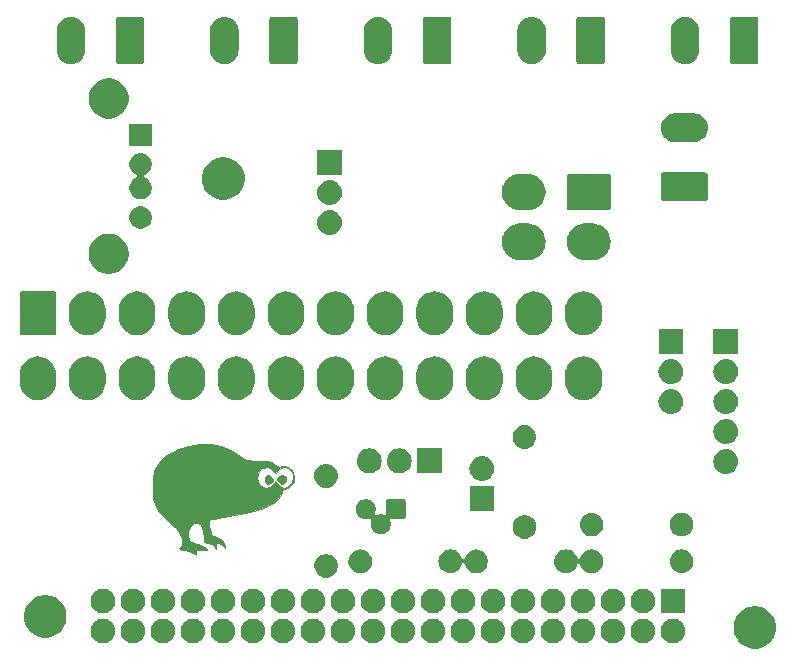
<source format=gbr>
G04 #@! TF.GenerationSoftware,KiCad,Pcbnew,5.0.2-5.fc29*
G04 #@! TF.CreationDate,2019-04-09T09:13:13+02:00*
G04 #@! TF.ProjectId,ATX-breakout,4154582d-6272-4656-916b-6f75742e6b69,rev?*
G04 #@! TF.SameCoordinates,Original*
G04 #@! TF.FileFunction,Soldermask,Bot*
G04 #@! TF.FilePolarity,Negative*
%FSLAX46Y46*%
G04 Gerber Fmt 4.6, Leading zero omitted, Abs format (unit mm)*
G04 Created by KiCad (PCBNEW 5.0.2-5.fc29) date 2019-04-09T09:13:13 CEST*
%MOMM*%
%LPD*%
G01*
G04 APERTURE LIST*
%ADD10C,0.010000*%
%ADD11C,0.100000*%
G04 APERTURE END LIST*
D10*
G04 #@! TO.C,G\002A\002A\002A*
G36*
X16112081Y-41112640D02*
X15166183Y-41425473D01*
X14882103Y-41550277D01*
X14238274Y-41913902D01*
X13736729Y-42347037D01*
X13358545Y-42867376D01*
X13250895Y-43075333D01*
X13157421Y-43287867D01*
X13094816Y-43483714D01*
X13057001Y-43705008D01*
X13037894Y-43993888D01*
X13031417Y-44392488D01*
X13031000Y-44599333D01*
X13043245Y-45190491D01*
X13090667Y-45675422D01*
X13189295Y-46085255D01*
X13355156Y-46451121D01*
X13604281Y-46804150D01*
X13952699Y-47175471D01*
X14416437Y-47596215D01*
X14697282Y-47835456D01*
X14975640Y-48101906D01*
X15216008Y-48388996D01*
X15350630Y-48603020D01*
X15476806Y-48951007D01*
X15523085Y-49280932D01*
X15487282Y-49546732D01*
X15401667Y-49679333D01*
X15285386Y-49817107D01*
X15329727Y-49902538D01*
X15533759Y-49934024D01*
X15549833Y-49934160D01*
X15782875Y-49970896D01*
X16082378Y-50064176D01*
X16269500Y-50141932D01*
X16714000Y-50348876D01*
X16714000Y-50129447D01*
X16722154Y-50005307D01*
X16774077Y-49946079D01*
X16910963Y-49937194D01*
X17174002Y-49964083D01*
X17179667Y-49964749D01*
X17485494Y-49982497D01*
X17638396Y-49950446D01*
X17644759Y-49876196D01*
X17510964Y-49767347D01*
X17243398Y-49631499D01*
X16848443Y-49476252D01*
X16736669Y-49437379D01*
X16079000Y-49213666D01*
X16053731Y-48682089D01*
X16046429Y-48381290D01*
X16072045Y-48188641D01*
X16148374Y-48043637D01*
X16285753Y-47893221D01*
X16553068Y-47702804D01*
X16800460Y-47670999D01*
X17015812Y-47787266D01*
X17187008Y-48041062D01*
X17301929Y-48421848D01*
X17345395Y-48815035D01*
X17366800Y-49298333D01*
X17691802Y-49351171D01*
X18037841Y-49485425D01*
X18211648Y-49647504D01*
X18406492Y-49891000D01*
X18406913Y-49610127D01*
X18420114Y-49422971D01*
X18481632Y-49364741D01*
X18597833Y-49387025D01*
X18802793Y-49487971D01*
X18978833Y-49619156D01*
X19169333Y-49793517D01*
X19169333Y-49615921D01*
X19092981Y-49366871D01*
X18891163Y-49125469D01*
X18604735Y-48931145D01*
X18367577Y-48842147D01*
X18185863Y-48793428D01*
X18064624Y-48734764D01*
X17984353Y-48632372D01*
X17925540Y-48452469D01*
X17868676Y-48161271D01*
X17824406Y-47901541D01*
X17787918Y-47586404D01*
X17807293Y-47411178D01*
X17828699Y-47384660D01*
X17934890Y-47354500D01*
X18180513Y-47301391D01*
X18538060Y-47230762D01*
X18980024Y-47148042D01*
X19478898Y-47058660D01*
X19493117Y-47056167D01*
X20435837Y-46881097D01*
X21227053Y-46711267D01*
X21884263Y-46541284D01*
X22424961Y-46365755D01*
X22866645Y-46179289D01*
X23226810Y-45976494D01*
X23402667Y-45851269D01*
X23598961Y-45655169D01*
X23787785Y-45396924D01*
X23932019Y-45135106D01*
X23994540Y-44928285D01*
X23994900Y-44916833D01*
X24056784Y-44798638D01*
X24215467Y-44768666D01*
X24446367Y-44695691D01*
X24713063Y-44490870D01*
X24734037Y-44470230D01*
X24909949Y-44279764D01*
X24991494Y-44121632D01*
X25004413Y-43930024D01*
X24897187Y-43930024D01*
X24796292Y-44233192D01*
X24610837Y-44472767D01*
X24369574Y-44626685D01*
X24101252Y-44672883D01*
X23834623Y-44589295D01*
X23707659Y-44488689D01*
X23552999Y-44314080D01*
X23457508Y-44171189D01*
X23402415Y-44091335D01*
X23347826Y-44171189D01*
X23170052Y-44421103D01*
X22918274Y-44607797D01*
X22656995Y-44683919D01*
X22649237Y-44684000D01*
X22343607Y-44612585D01*
X22111692Y-44423742D01*
X21960248Y-44155575D01*
X21896026Y-43846186D01*
X21925780Y-43533679D01*
X22056263Y-43256155D01*
X22294229Y-43051719D01*
X22354869Y-43023141D01*
X22676120Y-42957522D01*
X22965173Y-43050749D01*
X23233704Y-43301843D01*
X23375884Y-43444384D01*
X23457015Y-43448853D01*
X23463167Y-43436299D01*
X23637970Y-43169682D01*
X23909691Y-42982756D01*
X24043423Y-42941087D01*
X24313700Y-42966958D01*
X24578915Y-43117878D01*
X24789138Y-43355613D01*
X24884772Y-43585328D01*
X24897187Y-43930024D01*
X25004413Y-43930024D01*
X25005088Y-43920027D01*
X24990448Y-43734425D01*
X24939910Y-43432176D01*
X24836931Y-43222132D01*
X24682209Y-43059195D01*
X24452173Y-42912143D01*
X24191512Y-42828325D01*
X23954943Y-42817069D01*
X23797185Y-42887708D01*
X23783677Y-42905982D01*
X23693683Y-42907174D01*
X23518465Y-42811292D01*
X23389159Y-42715482D01*
X23242416Y-42601958D01*
X23110832Y-42523600D01*
X22958119Y-42472300D01*
X22747985Y-42439947D01*
X22444140Y-42418432D01*
X22010294Y-42399645D01*
X21968435Y-42398000D01*
X20889913Y-42355666D01*
X20431790Y-42005289D01*
X19642518Y-41500826D01*
X18809902Y-41158836D01*
X17939951Y-40979814D01*
X17038674Y-40964251D01*
X16112081Y-41112640D01*
X16112081Y-41112640D01*
G37*
X16112081Y-41112640D02*
X15166183Y-41425473D01*
X14882103Y-41550277D01*
X14238274Y-41913902D01*
X13736729Y-42347037D01*
X13358545Y-42867376D01*
X13250895Y-43075333D01*
X13157421Y-43287867D01*
X13094816Y-43483714D01*
X13057001Y-43705008D01*
X13037894Y-43993888D01*
X13031417Y-44392488D01*
X13031000Y-44599333D01*
X13043245Y-45190491D01*
X13090667Y-45675422D01*
X13189295Y-46085255D01*
X13355156Y-46451121D01*
X13604281Y-46804150D01*
X13952699Y-47175471D01*
X14416437Y-47596215D01*
X14697282Y-47835456D01*
X14975640Y-48101906D01*
X15216008Y-48388996D01*
X15350630Y-48603020D01*
X15476806Y-48951007D01*
X15523085Y-49280932D01*
X15487282Y-49546732D01*
X15401667Y-49679333D01*
X15285386Y-49817107D01*
X15329727Y-49902538D01*
X15533759Y-49934024D01*
X15549833Y-49934160D01*
X15782875Y-49970896D01*
X16082378Y-50064176D01*
X16269500Y-50141932D01*
X16714000Y-50348876D01*
X16714000Y-50129447D01*
X16722154Y-50005307D01*
X16774077Y-49946079D01*
X16910963Y-49937194D01*
X17174002Y-49964083D01*
X17179667Y-49964749D01*
X17485494Y-49982497D01*
X17638396Y-49950446D01*
X17644759Y-49876196D01*
X17510964Y-49767347D01*
X17243398Y-49631499D01*
X16848443Y-49476252D01*
X16736669Y-49437379D01*
X16079000Y-49213666D01*
X16053731Y-48682089D01*
X16046429Y-48381290D01*
X16072045Y-48188641D01*
X16148374Y-48043637D01*
X16285753Y-47893221D01*
X16553068Y-47702804D01*
X16800460Y-47670999D01*
X17015812Y-47787266D01*
X17187008Y-48041062D01*
X17301929Y-48421848D01*
X17345395Y-48815035D01*
X17366800Y-49298333D01*
X17691802Y-49351171D01*
X18037841Y-49485425D01*
X18211648Y-49647504D01*
X18406492Y-49891000D01*
X18406913Y-49610127D01*
X18420114Y-49422971D01*
X18481632Y-49364741D01*
X18597833Y-49387025D01*
X18802793Y-49487971D01*
X18978833Y-49619156D01*
X19169333Y-49793517D01*
X19169333Y-49615921D01*
X19092981Y-49366871D01*
X18891163Y-49125469D01*
X18604735Y-48931145D01*
X18367577Y-48842147D01*
X18185863Y-48793428D01*
X18064624Y-48734764D01*
X17984353Y-48632372D01*
X17925540Y-48452469D01*
X17868676Y-48161271D01*
X17824406Y-47901541D01*
X17787918Y-47586404D01*
X17807293Y-47411178D01*
X17828699Y-47384660D01*
X17934890Y-47354500D01*
X18180513Y-47301391D01*
X18538060Y-47230762D01*
X18980024Y-47148042D01*
X19478898Y-47058660D01*
X19493117Y-47056167D01*
X20435837Y-46881097D01*
X21227053Y-46711267D01*
X21884263Y-46541284D01*
X22424961Y-46365755D01*
X22866645Y-46179289D01*
X23226810Y-45976494D01*
X23402667Y-45851269D01*
X23598961Y-45655169D01*
X23787785Y-45396924D01*
X23932019Y-45135106D01*
X23994540Y-44928285D01*
X23994900Y-44916833D01*
X24056784Y-44798638D01*
X24215467Y-44768666D01*
X24446367Y-44695691D01*
X24713063Y-44490870D01*
X24734037Y-44470230D01*
X24909949Y-44279764D01*
X24991494Y-44121632D01*
X25004413Y-43930024D01*
X24897187Y-43930024D01*
X24796292Y-44233192D01*
X24610837Y-44472767D01*
X24369574Y-44626685D01*
X24101252Y-44672883D01*
X23834623Y-44589295D01*
X23707659Y-44488689D01*
X23552999Y-44314080D01*
X23457508Y-44171189D01*
X23402415Y-44091335D01*
X23347826Y-44171189D01*
X23170052Y-44421103D01*
X22918274Y-44607797D01*
X22656995Y-44683919D01*
X22649237Y-44684000D01*
X22343607Y-44612585D01*
X22111692Y-44423742D01*
X21960248Y-44155575D01*
X21896026Y-43846186D01*
X21925780Y-43533679D01*
X22056263Y-43256155D01*
X22294229Y-43051719D01*
X22354869Y-43023141D01*
X22676120Y-42957522D01*
X22965173Y-43050749D01*
X23233704Y-43301843D01*
X23375884Y-43444384D01*
X23457015Y-43448853D01*
X23463167Y-43436299D01*
X23637970Y-43169682D01*
X23909691Y-42982756D01*
X24043423Y-42941087D01*
X24313700Y-42966958D01*
X24578915Y-43117878D01*
X24789138Y-43355613D01*
X24884772Y-43585328D01*
X24897187Y-43930024D01*
X25004413Y-43930024D01*
X25005088Y-43920027D01*
X24990448Y-43734425D01*
X24939910Y-43432176D01*
X24836931Y-43222132D01*
X24682209Y-43059195D01*
X24452173Y-42912143D01*
X24191512Y-42828325D01*
X23954943Y-42817069D01*
X23797185Y-42887708D01*
X23783677Y-42905982D01*
X23693683Y-42907174D01*
X23518465Y-42811292D01*
X23389159Y-42715482D01*
X23242416Y-42601958D01*
X23110832Y-42523600D01*
X22958119Y-42472300D01*
X22747985Y-42439947D01*
X22444140Y-42418432D01*
X22010294Y-42399645D01*
X21968435Y-42398000D01*
X20889913Y-42355666D01*
X20431790Y-42005289D01*
X19642518Y-41500826D01*
X18809902Y-41158836D01*
X17939951Y-40979814D01*
X17038674Y-40964251D01*
X16112081Y-41112640D01*
G36*
X23818523Y-43646842D02*
X23667994Y-43790593D01*
X23577302Y-43944418D01*
X23572000Y-43979044D01*
X23635490Y-44106230D01*
X23778999Y-44247052D01*
X23932091Y-44337457D01*
X23974786Y-44345333D01*
X24104510Y-44290710D01*
X24200953Y-44212285D01*
X24308906Y-44056386D01*
X24334000Y-43964333D01*
X24268279Y-43800494D01*
X24119133Y-43649034D01*
X23960075Y-43583333D01*
X23818523Y-43646842D01*
X23818523Y-43646842D01*
G37*
X23818523Y-43646842D02*
X23667994Y-43790593D01*
X23577302Y-43944418D01*
X23572000Y-43979044D01*
X23635490Y-44106230D01*
X23778999Y-44247052D01*
X23932091Y-44337457D01*
X23974786Y-44345333D01*
X24104510Y-44290710D01*
X24200953Y-44212285D01*
X24308906Y-44056386D01*
X24334000Y-43964333D01*
X24268279Y-43800494D01*
X24119133Y-43649034D01*
X23960075Y-43583333D01*
X23818523Y-43646842D01*
G36*
X22693852Y-43635709D02*
X22542325Y-43785617D01*
X22504409Y-43886409D01*
X22509965Y-44124006D01*
X22630403Y-44283970D01*
X22819581Y-44341067D01*
X23031360Y-44270063D01*
X23100286Y-44212285D01*
X23212314Y-44068433D01*
X23205969Y-43935259D01*
X23079911Y-43751290D01*
X22890351Y-43620204D01*
X22693852Y-43635709D01*
X22693852Y-43635709D01*
G37*
X22693852Y-43635709D02*
X22542325Y-43785617D01*
X22504409Y-43886409D01*
X22509965Y-44124006D01*
X22630403Y-44283970D01*
X22819581Y-44341067D01*
X23031360Y-44270063D01*
X23100286Y-44212285D01*
X23212314Y-44068433D01*
X23205969Y-43935259D01*
X23079911Y-43751290D01*
X22890351Y-43620204D01*
X22693852Y-43635709D01*
D11*
G36*
X64409122Y-54746115D02*
X64525041Y-54769173D01*
X64852620Y-54904861D01*
X65011550Y-55011055D01*
X65147436Y-55101851D01*
X65398149Y-55352564D01*
X65398151Y-55352567D01*
X65595139Y-55647380D01*
X65711266Y-55927734D01*
X65730827Y-55974960D01*
X65800000Y-56322714D01*
X65800000Y-56677286D01*
X65774596Y-56805001D01*
X65730827Y-57025041D01*
X65595139Y-57352620D01*
X65462549Y-57551055D01*
X65398149Y-57647436D01*
X65147436Y-57898149D01*
X65147433Y-57898151D01*
X64852620Y-58095139D01*
X64525041Y-58230827D01*
X64409122Y-58253885D01*
X64177286Y-58300000D01*
X63822714Y-58300000D01*
X63590878Y-58253885D01*
X63474959Y-58230827D01*
X63147380Y-58095139D01*
X62852567Y-57898151D01*
X62852564Y-57898149D01*
X62601851Y-57647436D01*
X62537451Y-57551055D01*
X62404861Y-57352620D01*
X62269173Y-57025041D01*
X62225404Y-56805001D01*
X62200000Y-56677286D01*
X62200000Y-56322714D01*
X62269173Y-55974960D01*
X62288735Y-55927734D01*
X62404861Y-55647380D01*
X62601849Y-55352567D01*
X62601851Y-55352564D01*
X62852564Y-55101851D01*
X62988450Y-55011055D01*
X63147380Y-54904861D01*
X63474959Y-54769173D01*
X63590878Y-54746115D01*
X63822714Y-54700000D01*
X64177286Y-54700000D01*
X64409122Y-54746115D01*
X64409122Y-54746115D01*
G37*
G36*
X57203706Y-55762598D02*
X57280835Y-55770194D01*
X57412786Y-55810221D01*
X57478762Y-55830234D01*
X57661171Y-55927734D01*
X57821053Y-56058947D01*
X57952266Y-56218829D01*
X58049766Y-56401238D01*
X58049766Y-56401239D01*
X58109806Y-56599165D01*
X58130079Y-56805001D01*
X58109806Y-57010837D01*
X58105497Y-57025041D01*
X58049766Y-57208764D01*
X57952266Y-57391173D01*
X57821053Y-57551055D01*
X57661171Y-57682268D01*
X57478762Y-57779768D01*
X57412786Y-57799781D01*
X57280835Y-57839808D01*
X57203706Y-57847405D01*
X57126579Y-57855001D01*
X57023419Y-57855001D01*
X56946292Y-57847405D01*
X56869163Y-57839808D01*
X56737212Y-57799781D01*
X56671236Y-57779768D01*
X56488827Y-57682268D01*
X56328945Y-57551055D01*
X56197732Y-57391173D01*
X56100232Y-57208764D01*
X56044501Y-57025041D01*
X56040192Y-57010837D01*
X56019919Y-56805001D01*
X56040192Y-56599165D01*
X56100232Y-56401239D01*
X56100232Y-56401238D01*
X56197732Y-56218829D01*
X56328945Y-56058947D01*
X56488827Y-55927734D01*
X56671236Y-55830234D01*
X56737212Y-55810221D01*
X56869163Y-55770194D01*
X56946292Y-55762598D01*
X57023419Y-55755001D01*
X57126579Y-55755001D01*
X57203706Y-55762598D01*
X57203706Y-55762598D01*
G37*
G36*
X8943706Y-55762598D02*
X9020835Y-55770194D01*
X9152786Y-55810221D01*
X9218762Y-55830234D01*
X9401171Y-55927734D01*
X9561053Y-56058947D01*
X9692266Y-56218829D01*
X9789766Y-56401238D01*
X9789766Y-56401239D01*
X9849806Y-56599165D01*
X9870079Y-56805001D01*
X9849806Y-57010837D01*
X9845497Y-57025041D01*
X9789766Y-57208764D01*
X9692266Y-57391173D01*
X9561053Y-57551055D01*
X9401171Y-57682268D01*
X9218762Y-57779768D01*
X9152786Y-57799781D01*
X9020835Y-57839808D01*
X8943706Y-57847405D01*
X8866579Y-57855001D01*
X8763419Y-57855001D01*
X8686292Y-57847405D01*
X8609163Y-57839808D01*
X8477212Y-57799781D01*
X8411236Y-57779768D01*
X8228827Y-57682268D01*
X8068945Y-57551055D01*
X7937732Y-57391173D01*
X7840232Y-57208764D01*
X7784501Y-57025041D01*
X7780192Y-57010837D01*
X7759919Y-56805001D01*
X7780192Y-56599165D01*
X7840232Y-56401239D01*
X7840232Y-56401238D01*
X7937732Y-56218829D01*
X8068945Y-56058947D01*
X8228827Y-55927734D01*
X8411236Y-55830234D01*
X8477212Y-55810221D01*
X8609163Y-55770194D01*
X8686292Y-55762598D01*
X8763419Y-55755001D01*
X8866579Y-55755001D01*
X8943706Y-55762598D01*
X8943706Y-55762598D01*
G37*
G36*
X11483706Y-55762598D02*
X11560835Y-55770194D01*
X11692786Y-55810221D01*
X11758762Y-55830234D01*
X11941171Y-55927734D01*
X12101053Y-56058947D01*
X12232266Y-56218829D01*
X12329766Y-56401238D01*
X12329766Y-56401239D01*
X12389806Y-56599165D01*
X12410079Y-56805001D01*
X12389806Y-57010837D01*
X12385497Y-57025041D01*
X12329766Y-57208764D01*
X12232266Y-57391173D01*
X12101053Y-57551055D01*
X11941171Y-57682268D01*
X11758762Y-57779768D01*
X11692786Y-57799781D01*
X11560835Y-57839808D01*
X11483706Y-57847405D01*
X11406579Y-57855001D01*
X11303419Y-57855001D01*
X11226292Y-57847405D01*
X11149163Y-57839808D01*
X11017212Y-57799781D01*
X10951236Y-57779768D01*
X10768827Y-57682268D01*
X10608945Y-57551055D01*
X10477732Y-57391173D01*
X10380232Y-57208764D01*
X10324501Y-57025041D01*
X10320192Y-57010837D01*
X10299919Y-56805001D01*
X10320192Y-56599165D01*
X10380232Y-56401239D01*
X10380232Y-56401238D01*
X10477732Y-56218829D01*
X10608945Y-56058947D01*
X10768827Y-55927734D01*
X10951236Y-55830234D01*
X11017212Y-55810221D01*
X11149163Y-55770194D01*
X11226292Y-55762598D01*
X11303419Y-55755001D01*
X11406579Y-55755001D01*
X11483706Y-55762598D01*
X11483706Y-55762598D01*
G37*
G36*
X14023706Y-55762598D02*
X14100835Y-55770194D01*
X14232786Y-55810221D01*
X14298762Y-55830234D01*
X14481171Y-55927734D01*
X14641053Y-56058947D01*
X14772266Y-56218829D01*
X14869766Y-56401238D01*
X14869766Y-56401239D01*
X14929806Y-56599165D01*
X14950079Y-56805001D01*
X14929806Y-57010837D01*
X14925497Y-57025041D01*
X14869766Y-57208764D01*
X14772266Y-57391173D01*
X14641053Y-57551055D01*
X14481171Y-57682268D01*
X14298762Y-57779768D01*
X14232786Y-57799781D01*
X14100835Y-57839808D01*
X14023706Y-57847405D01*
X13946579Y-57855001D01*
X13843419Y-57855001D01*
X13766292Y-57847405D01*
X13689163Y-57839808D01*
X13557212Y-57799781D01*
X13491236Y-57779768D01*
X13308827Y-57682268D01*
X13148945Y-57551055D01*
X13017732Y-57391173D01*
X12920232Y-57208764D01*
X12864501Y-57025041D01*
X12860192Y-57010837D01*
X12839919Y-56805001D01*
X12860192Y-56599165D01*
X12920232Y-56401239D01*
X12920232Y-56401238D01*
X13017732Y-56218829D01*
X13148945Y-56058947D01*
X13308827Y-55927734D01*
X13491236Y-55830234D01*
X13557212Y-55810221D01*
X13689163Y-55770194D01*
X13766292Y-55762598D01*
X13843419Y-55755001D01*
X13946579Y-55755001D01*
X14023706Y-55762598D01*
X14023706Y-55762598D01*
G37*
G36*
X16563706Y-55762598D02*
X16640835Y-55770194D01*
X16772786Y-55810221D01*
X16838762Y-55830234D01*
X17021171Y-55927734D01*
X17181053Y-56058947D01*
X17312266Y-56218829D01*
X17409766Y-56401238D01*
X17409766Y-56401239D01*
X17469806Y-56599165D01*
X17490079Y-56805001D01*
X17469806Y-57010837D01*
X17465497Y-57025041D01*
X17409766Y-57208764D01*
X17312266Y-57391173D01*
X17181053Y-57551055D01*
X17021171Y-57682268D01*
X16838762Y-57779768D01*
X16772786Y-57799781D01*
X16640835Y-57839808D01*
X16563706Y-57847405D01*
X16486579Y-57855001D01*
X16383419Y-57855001D01*
X16306292Y-57847405D01*
X16229163Y-57839808D01*
X16097212Y-57799781D01*
X16031236Y-57779768D01*
X15848827Y-57682268D01*
X15688945Y-57551055D01*
X15557732Y-57391173D01*
X15460232Y-57208764D01*
X15404501Y-57025041D01*
X15400192Y-57010837D01*
X15379919Y-56805001D01*
X15400192Y-56599165D01*
X15460232Y-56401239D01*
X15460232Y-56401238D01*
X15557732Y-56218829D01*
X15688945Y-56058947D01*
X15848827Y-55927734D01*
X16031236Y-55830234D01*
X16097212Y-55810221D01*
X16229163Y-55770194D01*
X16306292Y-55762598D01*
X16383419Y-55755001D01*
X16486579Y-55755001D01*
X16563706Y-55762598D01*
X16563706Y-55762598D01*
G37*
G36*
X19103706Y-55762598D02*
X19180835Y-55770194D01*
X19312786Y-55810221D01*
X19378762Y-55830234D01*
X19561171Y-55927734D01*
X19721053Y-56058947D01*
X19852266Y-56218829D01*
X19949766Y-56401238D01*
X19949766Y-56401239D01*
X20009806Y-56599165D01*
X20030079Y-56805001D01*
X20009806Y-57010837D01*
X20005497Y-57025041D01*
X19949766Y-57208764D01*
X19852266Y-57391173D01*
X19721053Y-57551055D01*
X19561171Y-57682268D01*
X19378762Y-57779768D01*
X19312786Y-57799781D01*
X19180835Y-57839808D01*
X19103706Y-57847405D01*
X19026579Y-57855001D01*
X18923419Y-57855001D01*
X18846292Y-57847405D01*
X18769163Y-57839808D01*
X18637212Y-57799781D01*
X18571236Y-57779768D01*
X18388827Y-57682268D01*
X18228945Y-57551055D01*
X18097732Y-57391173D01*
X18000232Y-57208764D01*
X17944501Y-57025041D01*
X17940192Y-57010837D01*
X17919919Y-56805001D01*
X17940192Y-56599165D01*
X18000232Y-56401239D01*
X18000232Y-56401238D01*
X18097732Y-56218829D01*
X18228945Y-56058947D01*
X18388827Y-55927734D01*
X18571236Y-55830234D01*
X18637212Y-55810221D01*
X18769163Y-55770194D01*
X18846292Y-55762598D01*
X18923419Y-55755001D01*
X19026579Y-55755001D01*
X19103706Y-55762598D01*
X19103706Y-55762598D01*
G37*
G36*
X21643706Y-55762598D02*
X21720835Y-55770194D01*
X21852786Y-55810221D01*
X21918762Y-55830234D01*
X22101171Y-55927734D01*
X22261053Y-56058947D01*
X22392266Y-56218829D01*
X22489766Y-56401238D01*
X22489766Y-56401239D01*
X22549806Y-56599165D01*
X22570079Y-56805001D01*
X22549806Y-57010837D01*
X22545497Y-57025041D01*
X22489766Y-57208764D01*
X22392266Y-57391173D01*
X22261053Y-57551055D01*
X22101171Y-57682268D01*
X21918762Y-57779768D01*
X21852786Y-57799781D01*
X21720835Y-57839808D01*
X21643706Y-57847405D01*
X21566579Y-57855001D01*
X21463419Y-57855001D01*
X21386292Y-57847405D01*
X21309163Y-57839808D01*
X21177212Y-57799781D01*
X21111236Y-57779768D01*
X20928827Y-57682268D01*
X20768945Y-57551055D01*
X20637732Y-57391173D01*
X20540232Y-57208764D01*
X20484501Y-57025041D01*
X20480192Y-57010837D01*
X20459919Y-56805001D01*
X20480192Y-56599165D01*
X20540232Y-56401239D01*
X20540232Y-56401238D01*
X20637732Y-56218829D01*
X20768945Y-56058947D01*
X20928827Y-55927734D01*
X21111236Y-55830234D01*
X21177212Y-55810221D01*
X21309163Y-55770194D01*
X21386292Y-55762598D01*
X21463419Y-55755001D01*
X21566579Y-55755001D01*
X21643706Y-55762598D01*
X21643706Y-55762598D01*
G37*
G36*
X24183706Y-55762598D02*
X24260835Y-55770194D01*
X24392786Y-55810221D01*
X24458762Y-55830234D01*
X24641171Y-55927734D01*
X24801053Y-56058947D01*
X24932266Y-56218829D01*
X25029766Y-56401238D01*
X25029766Y-56401239D01*
X25089806Y-56599165D01*
X25110079Y-56805001D01*
X25089806Y-57010837D01*
X25085497Y-57025041D01*
X25029766Y-57208764D01*
X24932266Y-57391173D01*
X24801053Y-57551055D01*
X24641171Y-57682268D01*
X24458762Y-57779768D01*
X24392786Y-57799781D01*
X24260835Y-57839808D01*
X24183706Y-57847405D01*
X24106579Y-57855001D01*
X24003419Y-57855001D01*
X23926292Y-57847405D01*
X23849163Y-57839808D01*
X23717212Y-57799781D01*
X23651236Y-57779768D01*
X23468827Y-57682268D01*
X23308945Y-57551055D01*
X23177732Y-57391173D01*
X23080232Y-57208764D01*
X23024501Y-57025041D01*
X23020192Y-57010837D01*
X22999919Y-56805001D01*
X23020192Y-56599165D01*
X23080232Y-56401239D01*
X23080232Y-56401238D01*
X23177732Y-56218829D01*
X23308945Y-56058947D01*
X23468827Y-55927734D01*
X23651236Y-55830234D01*
X23717212Y-55810221D01*
X23849163Y-55770194D01*
X23926292Y-55762598D01*
X24003419Y-55755001D01*
X24106579Y-55755001D01*
X24183706Y-55762598D01*
X24183706Y-55762598D01*
G37*
G36*
X26723706Y-55762598D02*
X26800835Y-55770194D01*
X26932786Y-55810221D01*
X26998762Y-55830234D01*
X27181171Y-55927734D01*
X27341053Y-56058947D01*
X27472266Y-56218829D01*
X27569766Y-56401238D01*
X27569766Y-56401239D01*
X27629806Y-56599165D01*
X27650079Y-56805001D01*
X27629806Y-57010837D01*
X27625497Y-57025041D01*
X27569766Y-57208764D01*
X27472266Y-57391173D01*
X27341053Y-57551055D01*
X27181171Y-57682268D01*
X26998762Y-57779768D01*
X26932786Y-57799781D01*
X26800835Y-57839808D01*
X26723706Y-57847405D01*
X26646579Y-57855001D01*
X26543419Y-57855001D01*
X26466292Y-57847405D01*
X26389163Y-57839808D01*
X26257212Y-57799781D01*
X26191236Y-57779768D01*
X26008827Y-57682268D01*
X25848945Y-57551055D01*
X25717732Y-57391173D01*
X25620232Y-57208764D01*
X25564501Y-57025041D01*
X25560192Y-57010837D01*
X25539919Y-56805001D01*
X25560192Y-56599165D01*
X25620232Y-56401239D01*
X25620232Y-56401238D01*
X25717732Y-56218829D01*
X25848945Y-56058947D01*
X26008827Y-55927734D01*
X26191236Y-55830234D01*
X26257212Y-55810221D01*
X26389163Y-55770194D01*
X26466292Y-55762598D01*
X26543419Y-55755001D01*
X26646579Y-55755001D01*
X26723706Y-55762598D01*
X26723706Y-55762598D01*
G37*
G36*
X29263706Y-55762598D02*
X29340835Y-55770194D01*
X29472786Y-55810221D01*
X29538762Y-55830234D01*
X29721171Y-55927734D01*
X29881053Y-56058947D01*
X30012266Y-56218829D01*
X30109766Y-56401238D01*
X30109766Y-56401239D01*
X30169806Y-56599165D01*
X30190079Y-56805001D01*
X30169806Y-57010837D01*
X30165497Y-57025041D01*
X30109766Y-57208764D01*
X30012266Y-57391173D01*
X29881053Y-57551055D01*
X29721171Y-57682268D01*
X29538762Y-57779768D01*
X29472786Y-57799781D01*
X29340835Y-57839808D01*
X29263706Y-57847405D01*
X29186579Y-57855001D01*
X29083419Y-57855001D01*
X29006292Y-57847405D01*
X28929163Y-57839808D01*
X28797212Y-57799781D01*
X28731236Y-57779768D01*
X28548827Y-57682268D01*
X28388945Y-57551055D01*
X28257732Y-57391173D01*
X28160232Y-57208764D01*
X28104501Y-57025041D01*
X28100192Y-57010837D01*
X28079919Y-56805001D01*
X28100192Y-56599165D01*
X28160232Y-56401239D01*
X28160232Y-56401238D01*
X28257732Y-56218829D01*
X28388945Y-56058947D01*
X28548827Y-55927734D01*
X28731236Y-55830234D01*
X28797212Y-55810221D01*
X28929163Y-55770194D01*
X29006292Y-55762598D01*
X29083419Y-55755001D01*
X29186579Y-55755001D01*
X29263706Y-55762598D01*
X29263706Y-55762598D01*
G37*
G36*
X34343706Y-55762598D02*
X34420835Y-55770194D01*
X34552786Y-55810221D01*
X34618762Y-55830234D01*
X34801171Y-55927734D01*
X34961053Y-56058947D01*
X35092266Y-56218829D01*
X35189766Y-56401238D01*
X35189766Y-56401239D01*
X35249806Y-56599165D01*
X35270079Y-56805001D01*
X35249806Y-57010837D01*
X35245497Y-57025041D01*
X35189766Y-57208764D01*
X35092266Y-57391173D01*
X34961053Y-57551055D01*
X34801171Y-57682268D01*
X34618762Y-57779768D01*
X34552786Y-57799781D01*
X34420835Y-57839808D01*
X34343706Y-57847405D01*
X34266579Y-57855001D01*
X34163419Y-57855001D01*
X34086292Y-57847405D01*
X34009163Y-57839808D01*
X33877212Y-57799781D01*
X33811236Y-57779768D01*
X33628827Y-57682268D01*
X33468945Y-57551055D01*
X33337732Y-57391173D01*
X33240232Y-57208764D01*
X33184501Y-57025041D01*
X33180192Y-57010837D01*
X33159919Y-56805001D01*
X33180192Y-56599165D01*
X33240232Y-56401239D01*
X33240232Y-56401238D01*
X33337732Y-56218829D01*
X33468945Y-56058947D01*
X33628827Y-55927734D01*
X33811236Y-55830234D01*
X33877212Y-55810221D01*
X34009163Y-55770194D01*
X34086292Y-55762598D01*
X34163419Y-55755001D01*
X34266579Y-55755001D01*
X34343706Y-55762598D01*
X34343706Y-55762598D01*
G37*
G36*
X36883706Y-55762598D02*
X36960835Y-55770194D01*
X37092786Y-55810221D01*
X37158762Y-55830234D01*
X37341171Y-55927734D01*
X37501053Y-56058947D01*
X37632266Y-56218829D01*
X37729766Y-56401238D01*
X37729766Y-56401239D01*
X37789806Y-56599165D01*
X37810079Y-56805001D01*
X37789806Y-57010837D01*
X37785497Y-57025041D01*
X37729766Y-57208764D01*
X37632266Y-57391173D01*
X37501053Y-57551055D01*
X37341171Y-57682268D01*
X37158762Y-57779768D01*
X37092786Y-57799781D01*
X36960835Y-57839808D01*
X36883706Y-57847405D01*
X36806579Y-57855001D01*
X36703419Y-57855001D01*
X36626292Y-57847405D01*
X36549163Y-57839808D01*
X36417212Y-57799781D01*
X36351236Y-57779768D01*
X36168827Y-57682268D01*
X36008945Y-57551055D01*
X35877732Y-57391173D01*
X35780232Y-57208764D01*
X35724501Y-57025041D01*
X35720192Y-57010837D01*
X35699919Y-56805001D01*
X35720192Y-56599165D01*
X35780232Y-56401239D01*
X35780232Y-56401238D01*
X35877732Y-56218829D01*
X36008945Y-56058947D01*
X36168827Y-55927734D01*
X36351236Y-55830234D01*
X36417212Y-55810221D01*
X36549163Y-55770194D01*
X36626292Y-55762598D01*
X36703419Y-55755001D01*
X36806579Y-55755001D01*
X36883706Y-55762598D01*
X36883706Y-55762598D01*
G37*
G36*
X39423706Y-55762598D02*
X39500835Y-55770194D01*
X39632786Y-55810221D01*
X39698762Y-55830234D01*
X39881171Y-55927734D01*
X40041053Y-56058947D01*
X40172266Y-56218829D01*
X40269766Y-56401238D01*
X40269766Y-56401239D01*
X40329806Y-56599165D01*
X40350079Y-56805001D01*
X40329806Y-57010837D01*
X40325497Y-57025041D01*
X40269766Y-57208764D01*
X40172266Y-57391173D01*
X40041053Y-57551055D01*
X39881171Y-57682268D01*
X39698762Y-57779768D01*
X39632786Y-57799781D01*
X39500835Y-57839808D01*
X39423706Y-57847405D01*
X39346579Y-57855001D01*
X39243419Y-57855001D01*
X39166292Y-57847405D01*
X39089163Y-57839808D01*
X38957212Y-57799781D01*
X38891236Y-57779768D01*
X38708827Y-57682268D01*
X38548945Y-57551055D01*
X38417732Y-57391173D01*
X38320232Y-57208764D01*
X38264501Y-57025041D01*
X38260192Y-57010837D01*
X38239919Y-56805001D01*
X38260192Y-56599165D01*
X38320232Y-56401239D01*
X38320232Y-56401238D01*
X38417732Y-56218829D01*
X38548945Y-56058947D01*
X38708827Y-55927734D01*
X38891236Y-55830234D01*
X38957212Y-55810221D01*
X39089163Y-55770194D01*
X39166292Y-55762598D01*
X39243419Y-55755001D01*
X39346579Y-55755001D01*
X39423706Y-55762598D01*
X39423706Y-55762598D01*
G37*
G36*
X41963706Y-55762598D02*
X42040835Y-55770194D01*
X42172786Y-55810221D01*
X42238762Y-55830234D01*
X42421171Y-55927734D01*
X42581053Y-56058947D01*
X42712266Y-56218829D01*
X42809766Y-56401238D01*
X42809766Y-56401239D01*
X42869806Y-56599165D01*
X42890079Y-56805001D01*
X42869806Y-57010837D01*
X42865497Y-57025041D01*
X42809766Y-57208764D01*
X42712266Y-57391173D01*
X42581053Y-57551055D01*
X42421171Y-57682268D01*
X42238762Y-57779768D01*
X42172786Y-57799781D01*
X42040835Y-57839808D01*
X41963706Y-57847405D01*
X41886579Y-57855001D01*
X41783419Y-57855001D01*
X41706292Y-57847405D01*
X41629163Y-57839808D01*
X41497212Y-57799781D01*
X41431236Y-57779768D01*
X41248827Y-57682268D01*
X41088945Y-57551055D01*
X40957732Y-57391173D01*
X40860232Y-57208764D01*
X40804501Y-57025041D01*
X40800192Y-57010837D01*
X40779919Y-56805001D01*
X40800192Y-56599165D01*
X40860232Y-56401239D01*
X40860232Y-56401238D01*
X40957732Y-56218829D01*
X41088945Y-56058947D01*
X41248827Y-55927734D01*
X41431236Y-55830234D01*
X41497212Y-55810221D01*
X41629163Y-55770194D01*
X41706292Y-55762598D01*
X41783419Y-55755001D01*
X41886579Y-55755001D01*
X41963706Y-55762598D01*
X41963706Y-55762598D01*
G37*
G36*
X47043706Y-55762598D02*
X47120835Y-55770194D01*
X47252786Y-55810221D01*
X47318762Y-55830234D01*
X47501171Y-55927734D01*
X47661053Y-56058947D01*
X47792266Y-56218829D01*
X47889766Y-56401238D01*
X47889766Y-56401239D01*
X47949806Y-56599165D01*
X47970079Y-56805001D01*
X47949806Y-57010837D01*
X47945497Y-57025041D01*
X47889766Y-57208764D01*
X47792266Y-57391173D01*
X47661053Y-57551055D01*
X47501171Y-57682268D01*
X47318762Y-57779768D01*
X47252786Y-57799781D01*
X47120835Y-57839808D01*
X47043706Y-57847405D01*
X46966579Y-57855001D01*
X46863419Y-57855001D01*
X46786292Y-57847405D01*
X46709163Y-57839808D01*
X46577212Y-57799781D01*
X46511236Y-57779768D01*
X46328827Y-57682268D01*
X46168945Y-57551055D01*
X46037732Y-57391173D01*
X45940232Y-57208764D01*
X45884501Y-57025041D01*
X45880192Y-57010837D01*
X45859919Y-56805001D01*
X45880192Y-56599165D01*
X45940232Y-56401239D01*
X45940232Y-56401238D01*
X46037732Y-56218829D01*
X46168945Y-56058947D01*
X46328827Y-55927734D01*
X46511236Y-55830234D01*
X46577212Y-55810221D01*
X46709163Y-55770194D01*
X46786292Y-55762598D01*
X46863419Y-55755001D01*
X46966579Y-55755001D01*
X47043706Y-55762598D01*
X47043706Y-55762598D01*
G37*
G36*
X49583706Y-55762598D02*
X49660835Y-55770194D01*
X49792786Y-55810221D01*
X49858762Y-55830234D01*
X50041171Y-55927734D01*
X50201053Y-56058947D01*
X50332266Y-56218829D01*
X50429766Y-56401238D01*
X50429766Y-56401239D01*
X50489806Y-56599165D01*
X50510079Y-56805001D01*
X50489806Y-57010837D01*
X50485497Y-57025041D01*
X50429766Y-57208764D01*
X50332266Y-57391173D01*
X50201053Y-57551055D01*
X50041171Y-57682268D01*
X49858762Y-57779768D01*
X49792786Y-57799781D01*
X49660835Y-57839808D01*
X49583706Y-57847405D01*
X49506579Y-57855001D01*
X49403419Y-57855001D01*
X49326292Y-57847405D01*
X49249163Y-57839808D01*
X49117212Y-57799781D01*
X49051236Y-57779768D01*
X48868827Y-57682268D01*
X48708945Y-57551055D01*
X48577732Y-57391173D01*
X48480232Y-57208764D01*
X48424501Y-57025041D01*
X48420192Y-57010837D01*
X48399919Y-56805001D01*
X48420192Y-56599165D01*
X48480232Y-56401239D01*
X48480232Y-56401238D01*
X48577732Y-56218829D01*
X48708945Y-56058947D01*
X48868827Y-55927734D01*
X49051236Y-55830234D01*
X49117212Y-55810221D01*
X49249163Y-55770194D01*
X49326292Y-55762598D01*
X49403419Y-55755001D01*
X49506579Y-55755001D01*
X49583706Y-55762598D01*
X49583706Y-55762598D01*
G37*
G36*
X52123706Y-55762598D02*
X52200835Y-55770194D01*
X52332786Y-55810221D01*
X52398762Y-55830234D01*
X52581171Y-55927734D01*
X52741053Y-56058947D01*
X52872266Y-56218829D01*
X52969766Y-56401238D01*
X52969766Y-56401239D01*
X53029806Y-56599165D01*
X53050079Y-56805001D01*
X53029806Y-57010837D01*
X53025497Y-57025041D01*
X52969766Y-57208764D01*
X52872266Y-57391173D01*
X52741053Y-57551055D01*
X52581171Y-57682268D01*
X52398762Y-57779768D01*
X52332786Y-57799781D01*
X52200835Y-57839808D01*
X52123706Y-57847405D01*
X52046579Y-57855001D01*
X51943419Y-57855001D01*
X51866292Y-57847405D01*
X51789163Y-57839808D01*
X51657212Y-57799781D01*
X51591236Y-57779768D01*
X51408827Y-57682268D01*
X51248945Y-57551055D01*
X51117732Y-57391173D01*
X51020232Y-57208764D01*
X50964501Y-57025041D01*
X50960192Y-57010837D01*
X50939919Y-56805001D01*
X50960192Y-56599165D01*
X51020232Y-56401239D01*
X51020232Y-56401238D01*
X51117732Y-56218829D01*
X51248945Y-56058947D01*
X51408827Y-55927734D01*
X51591236Y-55830234D01*
X51657212Y-55810221D01*
X51789163Y-55770194D01*
X51866292Y-55762598D01*
X51943419Y-55755001D01*
X52046579Y-55755001D01*
X52123706Y-55762598D01*
X52123706Y-55762598D01*
G37*
G36*
X54663706Y-55762598D02*
X54740835Y-55770194D01*
X54872786Y-55810221D01*
X54938762Y-55830234D01*
X55121171Y-55927734D01*
X55281053Y-56058947D01*
X55412266Y-56218829D01*
X55509766Y-56401238D01*
X55509766Y-56401239D01*
X55569806Y-56599165D01*
X55590079Y-56805001D01*
X55569806Y-57010837D01*
X55565497Y-57025041D01*
X55509766Y-57208764D01*
X55412266Y-57391173D01*
X55281053Y-57551055D01*
X55121171Y-57682268D01*
X54938762Y-57779768D01*
X54872786Y-57799781D01*
X54740835Y-57839808D01*
X54663706Y-57847405D01*
X54586579Y-57855001D01*
X54483419Y-57855001D01*
X54406292Y-57847405D01*
X54329163Y-57839808D01*
X54197212Y-57799781D01*
X54131236Y-57779768D01*
X53948827Y-57682268D01*
X53788945Y-57551055D01*
X53657732Y-57391173D01*
X53560232Y-57208764D01*
X53504501Y-57025041D01*
X53500192Y-57010837D01*
X53479919Y-56805001D01*
X53500192Y-56599165D01*
X53560232Y-56401239D01*
X53560232Y-56401238D01*
X53657732Y-56218829D01*
X53788945Y-56058947D01*
X53948827Y-55927734D01*
X54131236Y-55830234D01*
X54197212Y-55810221D01*
X54329163Y-55770194D01*
X54406292Y-55762598D01*
X54483419Y-55755001D01*
X54586579Y-55755001D01*
X54663706Y-55762598D01*
X54663706Y-55762598D01*
G37*
G36*
X44503706Y-55762598D02*
X44580835Y-55770194D01*
X44712786Y-55810221D01*
X44778762Y-55830234D01*
X44961171Y-55927734D01*
X45121053Y-56058947D01*
X45252266Y-56218829D01*
X45349766Y-56401238D01*
X45349766Y-56401239D01*
X45409806Y-56599165D01*
X45430079Y-56805001D01*
X45409806Y-57010837D01*
X45405497Y-57025041D01*
X45349766Y-57208764D01*
X45252266Y-57391173D01*
X45121053Y-57551055D01*
X44961171Y-57682268D01*
X44778762Y-57779768D01*
X44712786Y-57799781D01*
X44580835Y-57839808D01*
X44503706Y-57847405D01*
X44426579Y-57855001D01*
X44323419Y-57855001D01*
X44246292Y-57847405D01*
X44169163Y-57839808D01*
X44037212Y-57799781D01*
X43971236Y-57779768D01*
X43788827Y-57682268D01*
X43628945Y-57551055D01*
X43497732Y-57391173D01*
X43400232Y-57208764D01*
X43344501Y-57025041D01*
X43340192Y-57010837D01*
X43319919Y-56805001D01*
X43340192Y-56599165D01*
X43400232Y-56401239D01*
X43400232Y-56401238D01*
X43497732Y-56218829D01*
X43628945Y-56058947D01*
X43788827Y-55927734D01*
X43971236Y-55830234D01*
X44037212Y-55810221D01*
X44169163Y-55770194D01*
X44246292Y-55762598D01*
X44323419Y-55755001D01*
X44426579Y-55755001D01*
X44503706Y-55762598D01*
X44503706Y-55762598D01*
G37*
G36*
X31803706Y-55762598D02*
X31880835Y-55770194D01*
X32012786Y-55810221D01*
X32078762Y-55830234D01*
X32261171Y-55927734D01*
X32421053Y-56058947D01*
X32552266Y-56218829D01*
X32649766Y-56401238D01*
X32649766Y-56401239D01*
X32709806Y-56599165D01*
X32730079Y-56805001D01*
X32709806Y-57010837D01*
X32705497Y-57025041D01*
X32649766Y-57208764D01*
X32552266Y-57391173D01*
X32421053Y-57551055D01*
X32261171Y-57682268D01*
X32078762Y-57779768D01*
X32012786Y-57799781D01*
X31880835Y-57839808D01*
X31803706Y-57847405D01*
X31726579Y-57855001D01*
X31623419Y-57855001D01*
X31546292Y-57847405D01*
X31469163Y-57839808D01*
X31337212Y-57799781D01*
X31271236Y-57779768D01*
X31088827Y-57682268D01*
X30928945Y-57551055D01*
X30797732Y-57391173D01*
X30700232Y-57208764D01*
X30644501Y-57025041D01*
X30640192Y-57010837D01*
X30619919Y-56805001D01*
X30640192Y-56599165D01*
X30700232Y-56401239D01*
X30700232Y-56401238D01*
X30797732Y-56218829D01*
X30928945Y-56058947D01*
X31088827Y-55927734D01*
X31271236Y-55830234D01*
X31337212Y-55810221D01*
X31469163Y-55770194D01*
X31546292Y-55762598D01*
X31623419Y-55755001D01*
X31726579Y-55755001D01*
X31803706Y-55762598D01*
X31803706Y-55762598D01*
G37*
G36*
X4329122Y-53816115D02*
X4445041Y-53839173D01*
X4772620Y-53974861D01*
X5063511Y-54169228D01*
X5067436Y-54171851D01*
X5318149Y-54422564D01*
X5515140Y-54717382D01*
X5650827Y-55044960D01*
X5720000Y-55392714D01*
X5720000Y-55747286D01*
X5684106Y-55927734D01*
X5658007Y-56058947D01*
X5650827Y-56095040D01*
X5515140Y-56422618D01*
X5318149Y-56717436D01*
X5067436Y-56968149D01*
X5067433Y-56968151D01*
X4772620Y-57165139D01*
X4445041Y-57300827D01*
X4329122Y-57323885D01*
X4097286Y-57370000D01*
X3742714Y-57370000D01*
X3510878Y-57323885D01*
X3394959Y-57300827D01*
X3067380Y-57165139D01*
X2772567Y-56968151D01*
X2772564Y-56968149D01*
X2521851Y-56717436D01*
X2324860Y-56422618D01*
X2189173Y-56095040D01*
X2181994Y-56058947D01*
X2155894Y-55927734D01*
X2120000Y-55747286D01*
X2120000Y-55392714D01*
X2189173Y-55044960D01*
X2324860Y-54717382D01*
X2521851Y-54422564D01*
X2772564Y-54171851D01*
X2776489Y-54169228D01*
X3067380Y-53974861D01*
X3394959Y-53839173D01*
X3510878Y-53816115D01*
X3742714Y-53770000D01*
X4097286Y-53770000D01*
X4329122Y-53816115D01*
X4329122Y-53816115D01*
G37*
G36*
X54663706Y-53222598D02*
X54740835Y-53230194D01*
X54872786Y-53270221D01*
X54938762Y-53290234D01*
X55121171Y-53387734D01*
X55281053Y-53518947D01*
X55412266Y-53678829D01*
X55509766Y-53861238D01*
X55509766Y-53861239D01*
X55569806Y-54059165D01*
X55590079Y-54265001D01*
X55569806Y-54470837D01*
X55529779Y-54602788D01*
X55509766Y-54668764D01*
X55412266Y-54851173D01*
X55281053Y-55011055D01*
X55121171Y-55142268D01*
X54938762Y-55239768D01*
X54872786Y-55259781D01*
X54740835Y-55299808D01*
X54663706Y-55307404D01*
X54586579Y-55315001D01*
X54483419Y-55315001D01*
X54406292Y-55307404D01*
X54329163Y-55299808D01*
X54197212Y-55259781D01*
X54131236Y-55239768D01*
X53948827Y-55142268D01*
X53788945Y-55011055D01*
X53657732Y-54851173D01*
X53560232Y-54668764D01*
X53540219Y-54602788D01*
X53500192Y-54470837D01*
X53479919Y-54265001D01*
X53500192Y-54059165D01*
X53560232Y-53861239D01*
X53560232Y-53861238D01*
X53657732Y-53678829D01*
X53788945Y-53518947D01*
X53948827Y-53387734D01*
X54131236Y-53290234D01*
X54197212Y-53270221D01*
X54329163Y-53230194D01*
X54406292Y-53222598D01*
X54483419Y-53215001D01*
X54586579Y-53215001D01*
X54663706Y-53222598D01*
X54663706Y-53222598D01*
G37*
G36*
X52123706Y-53222598D02*
X52200835Y-53230194D01*
X52332786Y-53270221D01*
X52398762Y-53290234D01*
X52581171Y-53387734D01*
X52741053Y-53518947D01*
X52872266Y-53678829D01*
X52969766Y-53861238D01*
X52969766Y-53861239D01*
X53029806Y-54059165D01*
X53050079Y-54265001D01*
X53029806Y-54470837D01*
X52989779Y-54602788D01*
X52969766Y-54668764D01*
X52872266Y-54851173D01*
X52741053Y-55011055D01*
X52581171Y-55142268D01*
X52398762Y-55239768D01*
X52332786Y-55259781D01*
X52200835Y-55299808D01*
X52123706Y-55307404D01*
X52046579Y-55315001D01*
X51943419Y-55315001D01*
X51866292Y-55307404D01*
X51789163Y-55299808D01*
X51657212Y-55259781D01*
X51591236Y-55239768D01*
X51408827Y-55142268D01*
X51248945Y-55011055D01*
X51117732Y-54851173D01*
X51020232Y-54668764D01*
X51000219Y-54602788D01*
X50960192Y-54470837D01*
X50939919Y-54265001D01*
X50960192Y-54059165D01*
X51020232Y-53861239D01*
X51020232Y-53861238D01*
X51117732Y-53678829D01*
X51248945Y-53518947D01*
X51408827Y-53387734D01*
X51591236Y-53290234D01*
X51657212Y-53270221D01*
X51789163Y-53230194D01*
X51866292Y-53222598D01*
X51943419Y-53215001D01*
X52046579Y-53215001D01*
X52123706Y-53222598D01*
X52123706Y-53222598D01*
G37*
G36*
X49583706Y-53222598D02*
X49660835Y-53230194D01*
X49792786Y-53270221D01*
X49858762Y-53290234D01*
X50041171Y-53387734D01*
X50201053Y-53518947D01*
X50332266Y-53678829D01*
X50429766Y-53861238D01*
X50429766Y-53861239D01*
X50489806Y-54059165D01*
X50510079Y-54265001D01*
X50489806Y-54470837D01*
X50449779Y-54602788D01*
X50429766Y-54668764D01*
X50332266Y-54851173D01*
X50201053Y-55011055D01*
X50041171Y-55142268D01*
X49858762Y-55239768D01*
X49792786Y-55259781D01*
X49660835Y-55299808D01*
X49583706Y-55307404D01*
X49506579Y-55315001D01*
X49403419Y-55315001D01*
X49326292Y-55307404D01*
X49249163Y-55299808D01*
X49117212Y-55259781D01*
X49051236Y-55239768D01*
X48868827Y-55142268D01*
X48708945Y-55011055D01*
X48577732Y-54851173D01*
X48480232Y-54668764D01*
X48460219Y-54602788D01*
X48420192Y-54470837D01*
X48399919Y-54265001D01*
X48420192Y-54059165D01*
X48480232Y-53861239D01*
X48480232Y-53861238D01*
X48577732Y-53678829D01*
X48708945Y-53518947D01*
X48868827Y-53387734D01*
X49051236Y-53290234D01*
X49117212Y-53270221D01*
X49249163Y-53230194D01*
X49326292Y-53222598D01*
X49403419Y-53215001D01*
X49506579Y-53215001D01*
X49583706Y-53222598D01*
X49583706Y-53222598D01*
G37*
G36*
X47043706Y-53222598D02*
X47120835Y-53230194D01*
X47252786Y-53270221D01*
X47318762Y-53290234D01*
X47501171Y-53387734D01*
X47661053Y-53518947D01*
X47792266Y-53678829D01*
X47889766Y-53861238D01*
X47889766Y-53861239D01*
X47949806Y-54059165D01*
X47970079Y-54265001D01*
X47949806Y-54470837D01*
X47909779Y-54602788D01*
X47889766Y-54668764D01*
X47792266Y-54851173D01*
X47661053Y-55011055D01*
X47501171Y-55142268D01*
X47318762Y-55239768D01*
X47252786Y-55259781D01*
X47120835Y-55299808D01*
X47043706Y-55307404D01*
X46966579Y-55315001D01*
X46863419Y-55315001D01*
X46786292Y-55307404D01*
X46709163Y-55299808D01*
X46577212Y-55259781D01*
X46511236Y-55239768D01*
X46328827Y-55142268D01*
X46168945Y-55011055D01*
X46037732Y-54851173D01*
X45940232Y-54668764D01*
X45920219Y-54602788D01*
X45880192Y-54470837D01*
X45859919Y-54265001D01*
X45880192Y-54059165D01*
X45940232Y-53861239D01*
X45940232Y-53861238D01*
X46037732Y-53678829D01*
X46168945Y-53518947D01*
X46328827Y-53387734D01*
X46511236Y-53290234D01*
X46577212Y-53270221D01*
X46709163Y-53230194D01*
X46786292Y-53222598D01*
X46863419Y-53215001D01*
X46966579Y-53215001D01*
X47043706Y-53222598D01*
X47043706Y-53222598D01*
G37*
G36*
X44503706Y-53222598D02*
X44580835Y-53230194D01*
X44712786Y-53270221D01*
X44778762Y-53290234D01*
X44961171Y-53387734D01*
X45121053Y-53518947D01*
X45252266Y-53678829D01*
X45349766Y-53861238D01*
X45349766Y-53861239D01*
X45409806Y-54059165D01*
X45430079Y-54265001D01*
X45409806Y-54470837D01*
X45369779Y-54602788D01*
X45349766Y-54668764D01*
X45252266Y-54851173D01*
X45121053Y-55011055D01*
X44961171Y-55142268D01*
X44778762Y-55239768D01*
X44712786Y-55259781D01*
X44580835Y-55299808D01*
X44503706Y-55307404D01*
X44426579Y-55315001D01*
X44323419Y-55315001D01*
X44246292Y-55307404D01*
X44169163Y-55299808D01*
X44037212Y-55259781D01*
X43971236Y-55239768D01*
X43788827Y-55142268D01*
X43628945Y-55011055D01*
X43497732Y-54851173D01*
X43400232Y-54668764D01*
X43380219Y-54602788D01*
X43340192Y-54470837D01*
X43319919Y-54265001D01*
X43340192Y-54059165D01*
X43400232Y-53861239D01*
X43400232Y-53861238D01*
X43497732Y-53678829D01*
X43628945Y-53518947D01*
X43788827Y-53387734D01*
X43971236Y-53290234D01*
X44037212Y-53270221D01*
X44169163Y-53230194D01*
X44246292Y-53222598D01*
X44323419Y-53215001D01*
X44426579Y-53215001D01*
X44503706Y-53222598D01*
X44503706Y-53222598D01*
G37*
G36*
X58124999Y-55315001D02*
X56024999Y-55315001D01*
X56024999Y-53215001D01*
X58124999Y-53215001D01*
X58124999Y-55315001D01*
X58124999Y-55315001D01*
G37*
G36*
X41963706Y-53222598D02*
X42040835Y-53230194D01*
X42172786Y-53270221D01*
X42238762Y-53290234D01*
X42421171Y-53387734D01*
X42581053Y-53518947D01*
X42712266Y-53678829D01*
X42809766Y-53861238D01*
X42809766Y-53861239D01*
X42869806Y-54059165D01*
X42890079Y-54265001D01*
X42869806Y-54470837D01*
X42829779Y-54602788D01*
X42809766Y-54668764D01*
X42712266Y-54851173D01*
X42581053Y-55011055D01*
X42421171Y-55142268D01*
X42238762Y-55239768D01*
X42172786Y-55259781D01*
X42040835Y-55299808D01*
X41963706Y-55307404D01*
X41886579Y-55315001D01*
X41783419Y-55315001D01*
X41706292Y-55307404D01*
X41629163Y-55299808D01*
X41497212Y-55259781D01*
X41431236Y-55239768D01*
X41248827Y-55142268D01*
X41088945Y-55011055D01*
X40957732Y-54851173D01*
X40860232Y-54668764D01*
X40840219Y-54602788D01*
X40800192Y-54470837D01*
X40779919Y-54265001D01*
X40800192Y-54059165D01*
X40860232Y-53861239D01*
X40860232Y-53861238D01*
X40957732Y-53678829D01*
X41088945Y-53518947D01*
X41248827Y-53387734D01*
X41431236Y-53290234D01*
X41497212Y-53270221D01*
X41629163Y-53230194D01*
X41706292Y-53222598D01*
X41783419Y-53215001D01*
X41886579Y-53215001D01*
X41963706Y-53222598D01*
X41963706Y-53222598D01*
G37*
G36*
X39423706Y-53222598D02*
X39500835Y-53230194D01*
X39632786Y-53270221D01*
X39698762Y-53290234D01*
X39881171Y-53387734D01*
X40041053Y-53518947D01*
X40172266Y-53678829D01*
X40269766Y-53861238D01*
X40269766Y-53861239D01*
X40329806Y-54059165D01*
X40350079Y-54265001D01*
X40329806Y-54470837D01*
X40289779Y-54602788D01*
X40269766Y-54668764D01*
X40172266Y-54851173D01*
X40041053Y-55011055D01*
X39881171Y-55142268D01*
X39698762Y-55239768D01*
X39632786Y-55259781D01*
X39500835Y-55299808D01*
X39423706Y-55307404D01*
X39346579Y-55315001D01*
X39243419Y-55315001D01*
X39166292Y-55307404D01*
X39089163Y-55299808D01*
X38957212Y-55259781D01*
X38891236Y-55239768D01*
X38708827Y-55142268D01*
X38548945Y-55011055D01*
X38417732Y-54851173D01*
X38320232Y-54668764D01*
X38300219Y-54602788D01*
X38260192Y-54470837D01*
X38239919Y-54265001D01*
X38260192Y-54059165D01*
X38320232Y-53861239D01*
X38320232Y-53861238D01*
X38417732Y-53678829D01*
X38548945Y-53518947D01*
X38708827Y-53387734D01*
X38891236Y-53290234D01*
X38957212Y-53270221D01*
X39089163Y-53230194D01*
X39166292Y-53222598D01*
X39243419Y-53215001D01*
X39346579Y-53215001D01*
X39423706Y-53222598D01*
X39423706Y-53222598D01*
G37*
G36*
X36883706Y-53222598D02*
X36960835Y-53230194D01*
X37092786Y-53270221D01*
X37158762Y-53290234D01*
X37341171Y-53387734D01*
X37501053Y-53518947D01*
X37632266Y-53678829D01*
X37729766Y-53861238D01*
X37729766Y-53861239D01*
X37789806Y-54059165D01*
X37810079Y-54265001D01*
X37789806Y-54470837D01*
X37749779Y-54602788D01*
X37729766Y-54668764D01*
X37632266Y-54851173D01*
X37501053Y-55011055D01*
X37341171Y-55142268D01*
X37158762Y-55239768D01*
X37092786Y-55259781D01*
X36960835Y-55299808D01*
X36883706Y-55307404D01*
X36806579Y-55315001D01*
X36703419Y-55315001D01*
X36626292Y-55307404D01*
X36549163Y-55299808D01*
X36417212Y-55259781D01*
X36351236Y-55239768D01*
X36168827Y-55142268D01*
X36008945Y-55011055D01*
X35877732Y-54851173D01*
X35780232Y-54668764D01*
X35760219Y-54602788D01*
X35720192Y-54470837D01*
X35699919Y-54265001D01*
X35720192Y-54059165D01*
X35780232Y-53861239D01*
X35780232Y-53861238D01*
X35877732Y-53678829D01*
X36008945Y-53518947D01*
X36168827Y-53387734D01*
X36351236Y-53290234D01*
X36417212Y-53270221D01*
X36549163Y-53230194D01*
X36626292Y-53222598D01*
X36703419Y-53215001D01*
X36806579Y-53215001D01*
X36883706Y-53222598D01*
X36883706Y-53222598D01*
G37*
G36*
X34343706Y-53222598D02*
X34420835Y-53230194D01*
X34552786Y-53270221D01*
X34618762Y-53290234D01*
X34801171Y-53387734D01*
X34961053Y-53518947D01*
X35092266Y-53678829D01*
X35189766Y-53861238D01*
X35189766Y-53861239D01*
X35249806Y-54059165D01*
X35270079Y-54265001D01*
X35249806Y-54470837D01*
X35209779Y-54602788D01*
X35189766Y-54668764D01*
X35092266Y-54851173D01*
X34961053Y-55011055D01*
X34801171Y-55142268D01*
X34618762Y-55239768D01*
X34552786Y-55259781D01*
X34420835Y-55299808D01*
X34343706Y-55307404D01*
X34266579Y-55315001D01*
X34163419Y-55315001D01*
X34086292Y-55307404D01*
X34009163Y-55299808D01*
X33877212Y-55259781D01*
X33811236Y-55239768D01*
X33628827Y-55142268D01*
X33468945Y-55011055D01*
X33337732Y-54851173D01*
X33240232Y-54668764D01*
X33220219Y-54602788D01*
X33180192Y-54470837D01*
X33159919Y-54265001D01*
X33180192Y-54059165D01*
X33240232Y-53861239D01*
X33240232Y-53861238D01*
X33337732Y-53678829D01*
X33468945Y-53518947D01*
X33628827Y-53387734D01*
X33811236Y-53290234D01*
X33877212Y-53270221D01*
X34009163Y-53230194D01*
X34086292Y-53222598D01*
X34163419Y-53215001D01*
X34266579Y-53215001D01*
X34343706Y-53222598D01*
X34343706Y-53222598D01*
G37*
G36*
X26723706Y-53222598D02*
X26800835Y-53230194D01*
X26932786Y-53270221D01*
X26998762Y-53290234D01*
X27181171Y-53387734D01*
X27341053Y-53518947D01*
X27472266Y-53678829D01*
X27569766Y-53861238D01*
X27569766Y-53861239D01*
X27629806Y-54059165D01*
X27650079Y-54265001D01*
X27629806Y-54470837D01*
X27589779Y-54602788D01*
X27569766Y-54668764D01*
X27472266Y-54851173D01*
X27341053Y-55011055D01*
X27181171Y-55142268D01*
X26998762Y-55239768D01*
X26932786Y-55259781D01*
X26800835Y-55299808D01*
X26723706Y-55307404D01*
X26646579Y-55315001D01*
X26543419Y-55315001D01*
X26466292Y-55307404D01*
X26389163Y-55299808D01*
X26257212Y-55259781D01*
X26191236Y-55239768D01*
X26008827Y-55142268D01*
X25848945Y-55011055D01*
X25717732Y-54851173D01*
X25620232Y-54668764D01*
X25600219Y-54602788D01*
X25560192Y-54470837D01*
X25539919Y-54265001D01*
X25560192Y-54059165D01*
X25620232Y-53861239D01*
X25620232Y-53861238D01*
X25717732Y-53678829D01*
X25848945Y-53518947D01*
X26008827Y-53387734D01*
X26191236Y-53290234D01*
X26257212Y-53270221D01*
X26389163Y-53230194D01*
X26466292Y-53222598D01*
X26543419Y-53215001D01*
X26646579Y-53215001D01*
X26723706Y-53222598D01*
X26723706Y-53222598D01*
G37*
G36*
X24183706Y-53222598D02*
X24260835Y-53230194D01*
X24392786Y-53270221D01*
X24458762Y-53290234D01*
X24641171Y-53387734D01*
X24801053Y-53518947D01*
X24932266Y-53678829D01*
X25029766Y-53861238D01*
X25029766Y-53861239D01*
X25089806Y-54059165D01*
X25110079Y-54265001D01*
X25089806Y-54470837D01*
X25049779Y-54602788D01*
X25029766Y-54668764D01*
X24932266Y-54851173D01*
X24801053Y-55011055D01*
X24641171Y-55142268D01*
X24458762Y-55239768D01*
X24392786Y-55259781D01*
X24260835Y-55299808D01*
X24183706Y-55307404D01*
X24106579Y-55315001D01*
X24003419Y-55315001D01*
X23926292Y-55307404D01*
X23849163Y-55299808D01*
X23717212Y-55259781D01*
X23651236Y-55239768D01*
X23468827Y-55142268D01*
X23308945Y-55011055D01*
X23177732Y-54851173D01*
X23080232Y-54668764D01*
X23060219Y-54602788D01*
X23020192Y-54470837D01*
X22999919Y-54265001D01*
X23020192Y-54059165D01*
X23080232Y-53861239D01*
X23080232Y-53861238D01*
X23177732Y-53678829D01*
X23308945Y-53518947D01*
X23468827Y-53387734D01*
X23651236Y-53290234D01*
X23717212Y-53270221D01*
X23849163Y-53230194D01*
X23926292Y-53222598D01*
X24003419Y-53215001D01*
X24106579Y-53215001D01*
X24183706Y-53222598D01*
X24183706Y-53222598D01*
G37*
G36*
X16563706Y-53222598D02*
X16640835Y-53230194D01*
X16772786Y-53270221D01*
X16838762Y-53290234D01*
X17021171Y-53387734D01*
X17181053Y-53518947D01*
X17312266Y-53678829D01*
X17409766Y-53861238D01*
X17409766Y-53861239D01*
X17469806Y-54059165D01*
X17490079Y-54265001D01*
X17469806Y-54470837D01*
X17429779Y-54602788D01*
X17409766Y-54668764D01*
X17312266Y-54851173D01*
X17181053Y-55011055D01*
X17021171Y-55142268D01*
X16838762Y-55239768D01*
X16772786Y-55259781D01*
X16640835Y-55299808D01*
X16563706Y-55307404D01*
X16486579Y-55315001D01*
X16383419Y-55315001D01*
X16306292Y-55307404D01*
X16229163Y-55299808D01*
X16097212Y-55259781D01*
X16031236Y-55239768D01*
X15848827Y-55142268D01*
X15688945Y-55011055D01*
X15557732Y-54851173D01*
X15460232Y-54668764D01*
X15440219Y-54602788D01*
X15400192Y-54470837D01*
X15379919Y-54265001D01*
X15400192Y-54059165D01*
X15460232Y-53861239D01*
X15460232Y-53861238D01*
X15557732Y-53678829D01*
X15688945Y-53518947D01*
X15848827Y-53387734D01*
X16031236Y-53290234D01*
X16097212Y-53270221D01*
X16229163Y-53230194D01*
X16306292Y-53222598D01*
X16383419Y-53215001D01*
X16486579Y-53215001D01*
X16563706Y-53222598D01*
X16563706Y-53222598D01*
G37*
G36*
X31803706Y-53222598D02*
X31880835Y-53230194D01*
X32012786Y-53270221D01*
X32078762Y-53290234D01*
X32261171Y-53387734D01*
X32421053Y-53518947D01*
X32552266Y-53678829D01*
X32649766Y-53861238D01*
X32649766Y-53861239D01*
X32709806Y-54059165D01*
X32730079Y-54265001D01*
X32709806Y-54470837D01*
X32669779Y-54602788D01*
X32649766Y-54668764D01*
X32552266Y-54851173D01*
X32421053Y-55011055D01*
X32261171Y-55142268D01*
X32078762Y-55239768D01*
X32012786Y-55259781D01*
X31880835Y-55299808D01*
X31803706Y-55307404D01*
X31726579Y-55315001D01*
X31623419Y-55315001D01*
X31546292Y-55307404D01*
X31469163Y-55299808D01*
X31337212Y-55259781D01*
X31271236Y-55239768D01*
X31088827Y-55142268D01*
X30928945Y-55011055D01*
X30797732Y-54851173D01*
X30700232Y-54668764D01*
X30680219Y-54602788D01*
X30640192Y-54470837D01*
X30619919Y-54265001D01*
X30640192Y-54059165D01*
X30700232Y-53861239D01*
X30700232Y-53861238D01*
X30797732Y-53678829D01*
X30928945Y-53518947D01*
X31088827Y-53387734D01*
X31271236Y-53290234D01*
X31337212Y-53270221D01*
X31469163Y-53230194D01*
X31546292Y-53222598D01*
X31623419Y-53215001D01*
X31726579Y-53215001D01*
X31803706Y-53222598D01*
X31803706Y-53222598D01*
G37*
G36*
X21643706Y-53222598D02*
X21720835Y-53230194D01*
X21852786Y-53270221D01*
X21918762Y-53290234D01*
X22101171Y-53387734D01*
X22261053Y-53518947D01*
X22392266Y-53678829D01*
X22489766Y-53861238D01*
X22489766Y-53861239D01*
X22549806Y-54059165D01*
X22570079Y-54265001D01*
X22549806Y-54470837D01*
X22509779Y-54602788D01*
X22489766Y-54668764D01*
X22392266Y-54851173D01*
X22261053Y-55011055D01*
X22101171Y-55142268D01*
X21918762Y-55239768D01*
X21852786Y-55259781D01*
X21720835Y-55299808D01*
X21643706Y-55307404D01*
X21566579Y-55315001D01*
X21463419Y-55315001D01*
X21386292Y-55307404D01*
X21309163Y-55299808D01*
X21177212Y-55259781D01*
X21111236Y-55239768D01*
X20928827Y-55142268D01*
X20768945Y-55011055D01*
X20637732Y-54851173D01*
X20540232Y-54668764D01*
X20520219Y-54602788D01*
X20480192Y-54470837D01*
X20459919Y-54265001D01*
X20480192Y-54059165D01*
X20540232Y-53861239D01*
X20540232Y-53861238D01*
X20637732Y-53678829D01*
X20768945Y-53518947D01*
X20928827Y-53387734D01*
X21111236Y-53290234D01*
X21177212Y-53270221D01*
X21309163Y-53230194D01*
X21386292Y-53222598D01*
X21463419Y-53215001D01*
X21566579Y-53215001D01*
X21643706Y-53222598D01*
X21643706Y-53222598D01*
G37*
G36*
X8943706Y-53222598D02*
X9020835Y-53230194D01*
X9152786Y-53270221D01*
X9218762Y-53290234D01*
X9401171Y-53387734D01*
X9561053Y-53518947D01*
X9692266Y-53678829D01*
X9789766Y-53861238D01*
X9789766Y-53861239D01*
X9849806Y-54059165D01*
X9870079Y-54265001D01*
X9849806Y-54470837D01*
X9809779Y-54602788D01*
X9789766Y-54668764D01*
X9692266Y-54851173D01*
X9561053Y-55011055D01*
X9401171Y-55142268D01*
X9218762Y-55239768D01*
X9152786Y-55259781D01*
X9020835Y-55299808D01*
X8943706Y-55307404D01*
X8866579Y-55315001D01*
X8763419Y-55315001D01*
X8686292Y-55307404D01*
X8609163Y-55299808D01*
X8477212Y-55259781D01*
X8411236Y-55239768D01*
X8228827Y-55142268D01*
X8068945Y-55011055D01*
X7937732Y-54851173D01*
X7840232Y-54668764D01*
X7820219Y-54602788D01*
X7780192Y-54470837D01*
X7759919Y-54265001D01*
X7780192Y-54059165D01*
X7840232Y-53861239D01*
X7840232Y-53861238D01*
X7937732Y-53678829D01*
X8068945Y-53518947D01*
X8228827Y-53387734D01*
X8411236Y-53290234D01*
X8477212Y-53270221D01*
X8609163Y-53230194D01*
X8686292Y-53222598D01*
X8763419Y-53215001D01*
X8866579Y-53215001D01*
X8943706Y-53222598D01*
X8943706Y-53222598D01*
G37*
G36*
X14023706Y-53222598D02*
X14100835Y-53230194D01*
X14232786Y-53270221D01*
X14298762Y-53290234D01*
X14481171Y-53387734D01*
X14641053Y-53518947D01*
X14772266Y-53678829D01*
X14869766Y-53861238D01*
X14869766Y-53861239D01*
X14929806Y-54059165D01*
X14950079Y-54265001D01*
X14929806Y-54470837D01*
X14889779Y-54602788D01*
X14869766Y-54668764D01*
X14772266Y-54851173D01*
X14641053Y-55011055D01*
X14481171Y-55142268D01*
X14298762Y-55239768D01*
X14232786Y-55259781D01*
X14100835Y-55299808D01*
X14023706Y-55307404D01*
X13946579Y-55315001D01*
X13843419Y-55315001D01*
X13766292Y-55307404D01*
X13689163Y-55299808D01*
X13557212Y-55259781D01*
X13491236Y-55239768D01*
X13308827Y-55142268D01*
X13148945Y-55011055D01*
X13017732Y-54851173D01*
X12920232Y-54668764D01*
X12900219Y-54602788D01*
X12860192Y-54470837D01*
X12839919Y-54265001D01*
X12860192Y-54059165D01*
X12920232Y-53861239D01*
X12920232Y-53861238D01*
X13017732Y-53678829D01*
X13148945Y-53518947D01*
X13308827Y-53387734D01*
X13491236Y-53290234D01*
X13557212Y-53270221D01*
X13689163Y-53230194D01*
X13766292Y-53222598D01*
X13843419Y-53215001D01*
X13946579Y-53215001D01*
X14023706Y-53222598D01*
X14023706Y-53222598D01*
G37*
G36*
X19103706Y-53222598D02*
X19180835Y-53230194D01*
X19312786Y-53270221D01*
X19378762Y-53290234D01*
X19561171Y-53387734D01*
X19721053Y-53518947D01*
X19852266Y-53678829D01*
X19949766Y-53861238D01*
X19949766Y-53861239D01*
X20009806Y-54059165D01*
X20030079Y-54265001D01*
X20009806Y-54470837D01*
X19969779Y-54602788D01*
X19949766Y-54668764D01*
X19852266Y-54851173D01*
X19721053Y-55011055D01*
X19561171Y-55142268D01*
X19378762Y-55239768D01*
X19312786Y-55259781D01*
X19180835Y-55299808D01*
X19103706Y-55307404D01*
X19026579Y-55315001D01*
X18923419Y-55315001D01*
X18846292Y-55307404D01*
X18769163Y-55299808D01*
X18637212Y-55259781D01*
X18571236Y-55239768D01*
X18388827Y-55142268D01*
X18228945Y-55011055D01*
X18097732Y-54851173D01*
X18000232Y-54668764D01*
X17980219Y-54602788D01*
X17940192Y-54470837D01*
X17919919Y-54265001D01*
X17940192Y-54059165D01*
X18000232Y-53861239D01*
X18000232Y-53861238D01*
X18097732Y-53678829D01*
X18228945Y-53518947D01*
X18388827Y-53387734D01*
X18571236Y-53290234D01*
X18637212Y-53270221D01*
X18769163Y-53230194D01*
X18846292Y-53222598D01*
X18923419Y-53215001D01*
X19026579Y-53215001D01*
X19103706Y-53222598D01*
X19103706Y-53222598D01*
G37*
G36*
X11483706Y-53222598D02*
X11560835Y-53230194D01*
X11692786Y-53270221D01*
X11758762Y-53290234D01*
X11941171Y-53387734D01*
X12101053Y-53518947D01*
X12232266Y-53678829D01*
X12329766Y-53861238D01*
X12329766Y-53861239D01*
X12389806Y-54059165D01*
X12410079Y-54265001D01*
X12389806Y-54470837D01*
X12349779Y-54602788D01*
X12329766Y-54668764D01*
X12232266Y-54851173D01*
X12101053Y-55011055D01*
X11941171Y-55142268D01*
X11758762Y-55239768D01*
X11692786Y-55259781D01*
X11560835Y-55299808D01*
X11483706Y-55307404D01*
X11406579Y-55315001D01*
X11303419Y-55315001D01*
X11226292Y-55307404D01*
X11149163Y-55299808D01*
X11017212Y-55259781D01*
X10951236Y-55239768D01*
X10768827Y-55142268D01*
X10608945Y-55011055D01*
X10477732Y-54851173D01*
X10380232Y-54668764D01*
X10360219Y-54602788D01*
X10320192Y-54470837D01*
X10299919Y-54265001D01*
X10320192Y-54059165D01*
X10380232Y-53861239D01*
X10380232Y-53861238D01*
X10477732Y-53678829D01*
X10608945Y-53518947D01*
X10768827Y-53387734D01*
X10951236Y-53290234D01*
X11017212Y-53270221D01*
X11149163Y-53230194D01*
X11226292Y-53222598D01*
X11303419Y-53215001D01*
X11406579Y-53215001D01*
X11483706Y-53222598D01*
X11483706Y-53222598D01*
G37*
G36*
X29263706Y-53222598D02*
X29340835Y-53230194D01*
X29472786Y-53270221D01*
X29538762Y-53290234D01*
X29721171Y-53387734D01*
X29881053Y-53518947D01*
X30012266Y-53678829D01*
X30109766Y-53861238D01*
X30109766Y-53861239D01*
X30169806Y-54059165D01*
X30190079Y-54265001D01*
X30169806Y-54470837D01*
X30129779Y-54602788D01*
X30109766Y-54668764D01*
X30012266Y-54851173D01*
X29881053Y-55011055D01*
X29721171Y-55142268D01*
X29538762Y-55239768D01*
X29472786Y-55259781D01*
X29340835Y-55299808D01*
X29263706Y-55307404D01*
X29186579Y-55315001D01*
X29083419Y-55315001D01*
X29006292Y-55307404D01*
X28929163Y-55299808D01*
X28797212Y-55259781D01*
X28731236Y-55239768D01*
X28548827Y-55142268D01*
X28388945Y-55011055D01*
X28257732Y-54851173D01*
X28160232Y-54668764D01*
X28140219Y-54602788D01*
X28100192Y-54470837D01*
X28079919Y-54265001D01*
X28100192Y-54059165D01*
X28160232Y-53861239D01*
X28160232Y-53861238D01*
X28257732Y-53678829D01*
X28388945Y-53518947D01*
X28548827Y-53387734D01*
X28731236Y-53290234D01*
X28797212Y-53270221D01*
X28929163Y-53230194D01*
X29006292Y-53222598D01*
X29083419Y-53215001D01*
X29186579Y-53215001D01*
X29263706Y-53222598D01*
X29263706Y-53222598D01*
G37*
G36*
X27875770Y-50315372D02*
X27991689Y-50338429D01*
X28173678Y-50413811D01*
X28337463Y-50523249D01*
X28476751Y-50662537D01*
X28586189Y-50826322D01*
X28661571Y-51008311D01*
X28682712Y-51114594D01*
X28697229Y-51187574D01*
X28700000Y-51201509D01*
X28700000Y-51398491D01*
X28661571Y-51591689D01*
X28586189Y-51773678D01*
X28476751Y-51937463D01*
X28337463Y-52076751D01*
X28173678Y-52186189D01*
X27991689Y-52261571D01*
X27875770Y-52284628D01*
X27798493Y-52300000D01*
X27601507Y-52300000D01*
X27524230Y-52284628D01*
X27408311Y-52261571D01*
X27226322Y-52186189D01*
X27062537Y-52076751D01*
X26923249Y-51937463D01*
X26813811Y-51773678D01*
X26738429Y-51591689D01*
X26700000Y-51398491D01*
X26700000Y-51201509D01*
X26702772Y-51187574D01*
X26717288Y-51114594D01*
X26738429Y-51008311D01*
X26813811Y-50826322D01*
X26923249Y-50662537D01*
X27062537Y-50523249D01*
X27226322Y-50413811D01*
X27408311Y-50338429D01*
X27524230Y-50315372D01*
X27601507Y-50300000D01*
X27798493Y-50300000D01*
X27875770Y-50315372D01*
X27875770Y-50315372D01*
G37*
G36*
X48216030Y-49914469D02*
X48216033Y-49914470D01*
X48216034Y-49914470D01*
X48404535Y-49971651D01*
X48404537Y-49971652D01*
X48578260Y-50064509D01*
X48730528Y-50189472D01*
X48855491Y-50341740D01*
X48948350Y-50515467D01*
X48977763Y-50612426D01*
X48987140Y-50635065D01*
X49000754Y-50655440D01*
X49018081Y-50672767D01*
X49038456Y-50686380D01*
X49061095Y-50695758D01*
X49085128Y-50700538D01*
X49109633Y-50700538D01*
X49133666Y-50695757D01*
X49156305Y-50686380D01*
X49176680Y-50672766D01*
X49194007Y-50655439D01*
X49207620Y-50635064D01*
X49216998Y-50612425D01*
X49217414Y-50610762D01*
X49218429Y-50608311D01*
X49293811Y-50426322D01*
X49403249Y-50262537D01*
X49542537Y-50123249D01*
X49706322Y-50013811D01*
X49888311Y-49938429D01*
X50004230Y-49915372D01*
X50081507Y-49900000D01*
X50278493Y-49900000D01*
X50355770Y-49915372D01*
X50471689Y-49938429D01*
X50653678Y-50013811D01*
X50817463Y-50123249D01*
X50956751Y-50262537D01*
X51066189Y-50426322D01*
X51141571Y-50608311D01*
X51162312Y-50712586D01*
X51167837Y-50740358D01*
X51180000Y-50801509D01*
X51180000Y-50998491D01*
X51141571Y-51191689D01*
X51066189Y-51373678D01*
X50956751Y-51537463D01*
X50817463Y-51676751D01*
X50653678Y-51786189D01*
X50471689Y-51861571D01*
X50355770Y-51884628D01*
X50278493Y-51900000D01*
X50081507Y-51900000D01*
X50004230Y-51884628D01*
X49888311Y-51861571D01*
X49706322Y-51786189D01*
X49542537Y-51676751D01*
X49403249Y-51537463D01*
X49293811Y-51373678D01*
X49218429Y-51191689D01*
X49218428Y-51191685D01*
X49215395Y-51184362D01*
X49212869Y-51176033D01*
X49201319Y-51154422D01*
X49185775Y-51135478D01*
X49166834Y-51119932D01*
X49145224Y-51108379D01*
X49121775Y-51101264D01*
X49097389Y-51098860D01*
X49073003Y-51101260D01*
X49049553Y-51108371D01*
X49027942Y-51119921D01*
X49008998Y-51135465D01*
X48993452Y-51154406D01*
X48981899Y-51176016D01*
X48977763Y-51187574D01*
X48948350Y-51284533D01*
X48855491Y-51458260D01*
X48730528Y-51610528D01*
X48578260Y-51735491D01*
X48578258Y-51735492D01*
X48404535Y-51828349D01*
X48216034Y-51885530D01*
X48216033Y-51885530D01*
X48216030Y-51885531D01*
X48069124Y-51900000D01*
X47970876Y-51900000D01*
X47823970Y-51885531D01*
X47823967Y-51885530D01*
X47823966Y-51885530D01*
X47635465Y-51828349D01*
X47461742Y-51735492D01*
X47461740Y-51735491D01*
X47309472Y-51610528D01*
X47184509Y-51458260D01*
X47091652Y-51284537D01*
X47091651Y-51284533D01*
X47034470Y-51096034D01*
X47034470Y-51096033D01*
X47034469Y-51096030D01*
X47015162Y-50900000D01*
X47034469Y-50703970D01*
X47043934Y-50672767D01*
X47091651Y-50515465D01*
X47184508Y-50341742D01*
X47184509Y-50341740D01*
X47309472Y-50189472D01*
X47461740Y-50064509D01*
X47635463Y-49971652D01*
X47635465Y-49971651D01*
X47823966Y-49914470D01*
X47823967Y-49914470D01*
X47823970Y-49914469D01*
X47970876Y-49900000D01*
X48069124Y-49900000D01*
X48216030Y-49914469D01*
X48216030Y-49914469D01*
G37*
G36*
X57996030Y-49914469D02*
X57996033Y-49914470D01*
X57996034Y-49914470D01*
X58184535Y-49971651D01*
X58184537Y-49971652D01*
X58358260Y-50064509D01*
X58510528Y-50189472D01*
X58635491Y-50341740D01*
X58635492Y-50341742D01*
X58728349Y-50515465D01*
X58776066Y-50672767D01*
X58785531Y-50703970D01*
X58804838Y-50900000D01*
X58785531Y-51096030D01*
X58785530Y-51096033D01*
X58785530Y-51096034D01*
X58728350Y-51284533D01*
X58728348Y-51284537D01*
X58635491Y-51458260D01*
X58510528Y-51610528D01*
X58358260Y-51735491D01*
X58358258Y-51735492D01*
X58184535Y-51828349D01*
X57996034Y-51885530D01*
X57996033Y-51885530D01*
X57996030Y-51885531D01*
X57849124Y-51900000D01*
X57750876Y-51900000D01*
X57603970Y-51885531D01*
X57603967Y-51885530D01*
X57603966Y-51885530D01*
X57415465Y-51828349D01*
X57241742Y-51735492D01*
X57241740Y-51735491D01*
X57089472Y-51610528D01*
X56964509Y-51458260D01*
X56871652Y-51284537D01*
X56871651Y-51284533D01*
X56814470Y-51096034D01*
X56814470Y-51096033D01*
X56814469Y-51096030D01*
X56795162Y-50900000D01*
X56814469Y-50703970D01*
X56823934Y-50672767D01*
X56871651Y-50515465D01*
X56964508Y-50341742D01*
X56964509Y-50341740D01*
X57089472Y-50189472D01*
X57241740Y-50064509D01*
X57415463Y-49971652D01*
X57415465Y-49971651D01*
X57603966Y-49914470D01*
X57603967Y-49914470D01*
X57603970Y-49914469D01*
X57750876Y-49900000D01*
X57849124Y-49900000D01*
X57996030Y-49914469D01*
X57996030Y-49914469D01*
G37*
G36*
X38416030Y-49914469D02*
X38416033Y-49914470D01*
X38416034Y-49914470D01*
X38604535Y-49971651D01*
X38604537Y-49971652D01*
X38778260Y-50064509D01*
X38930528Y-50189472D01*
X39055491Y-50341740D01*
X39148350Y-50515467D01*
X39189842Y-50652246D01*
X39199219Y-50674885D01*
X39212833Y-50695259D01*
X39230160Y-50712586D01*
X39250535Y-50726200D01*
X39273174Y-50735578D01*
X39297207Y-50740358D01*
X39321711Y-50740358D01*
X39345745Y-50735577D01*
X39368384Y-50726200D01*
X39388758Y-50712586D01*
X39406085Y-50695259D01*
X39419699Y-50674884D01*
X39432057Y-50640346D01*
X39438429Y-50608311D01*
X39513811Y-50426322D01*
X39623249Y-50262537D01*
X39762537Y-50123249D01*
X39926322Y-50013811D01*
X40108311Y-49938429D01*
X40224230Y-49915372D01*
X40301507Y-49900000D01*
X40498493Y-49900000D01*
X40575770Y-49915372D01*
X40691689Y-49938429D01*
X40873678Y-50013811D01*
X41037463Y-50123249D01*
X41176751Y-50262537D01*
X41286189Y-50426322D01*
X41361571Y-50608311D01*
X41382312Y-50712586D01*
X41387837Y-50740358D01*
X41400000Y-50801509D01*
X41400000Y-50998491D01*
X41361571Y-51191689D01*
X41286189Y-51373678D01*
X41176751Y-51537463D01*
X41037463Y-51676751D01*
X40873678Y-51786189D01*
X40691689Y-51861571D01*
X40575770Y-51884628D01*
X40498493Y-51900000D01*
X40301507Y-51900000D01*
X40224230Y-51884628D01*
X40108311Y-51861571D01*
X39926322Y-51786189D01*
X39762537Y-51676751D01*
X39623249Y-51537463D01*
X39513811Y-51373678D01*
X39438429Y-51191689D01*
X39432057Y-51159653D01*
X39424944Y-51136205D01*
X39413393Y-51114594D01*
X39397847Y-51095652D01*
X39378905Y-51080106D01*
X39357294Y-51068555D01*
X39333845Y-51061442D01*
X39309459Y-51059040D01*
X39285073Y-51061442D01*
X39261624Y-51068555D01*
X39240013Y-51080106D01*
X39221071Y-51095652D01*
X39205525Y-51114594D01*
X39189842Y-51147754D01*
X39148350Y-51284533D01*
X39055491Y-51458260D01*
X38930528Y-51610528D01*
X38778260Y-51735491D01*
X38778258Y-51735492D01*
X38604535Y-51828349D01*
X38416034Y-51885530D01*
X38416033Y-51885530D01*
X38416030Y-51885531D01*
X38269124Y-51900000D01*
X38170876Y-51900000D01*
X38023970Y-51885531D01*
X38023967Y-51885530D01*
X38023966Y-51885530D01*
X37835465Y-51828349D01*
X37661742Y-51735492D01*
X37661740Y-51735491D01*
X37509472Y-51610528D01*
X37384509Y-51458260D01*
X37291652Y-51284537D01*
X37291651Y-51284533D01*
X37234470Y-51096034D01*
X37234470Y-51096033D01*
X37234469Y-51096030D01*
X37215162Y-50900000D01*
X37234469Y-50703970D01*
X37243934Y-50672767D01*
X37291651Y-50515465D01*
X37384508Y-50341742D01*
X37384509Y-50341740D01*
X37509472Y-50189472D01*
X37661740Y-50064509D01*
X37835463Y-49971652D01*
X37835465Y-49971651D01*
X38023966Y-49914470D01*
X38023967Y-49914470D01*
X38023970Y-49914469D01*
X38170876Y-49900000D01*
X38269124Y-49900000D01*
X38416030Y-49914469D01*
X38416030Y-49914469D01*
G37*
G36*
X30775770Y-49915372D02*
X30891689Y-49938429D01*
X31073678Y-50013811D01*
X31237463Y-50123249D01*
X31376751Y-50262537D01*
X31486189Y-50426322D01*
X31561571Y-50608311D01*
X31582312Y-50712586D01*
X31587837Y-50740358D01*
X31600000Y-50801509D01*
X31600000Y-50998491D01*
X31561571Y-51191689D01*
X31486189Y-51373678D01*
X31376751Y-51537463D01*
X31237463Y-51676751D01*
X31073678Y-51786189D01*
X30891689Y-51861571D01*
X30775770Y-51884628D01*
X30698493Y-51900000D01*
X30501507Y-51900000D01*
X30424230Y-51884628D01*
X30308311Y-51861571D01*
X30126322Y-51786189D01*
X29962537Y-51676751D01*
X29823249Y-51537463D01*
X29713811Y-51373678D01*
X29638429Y-51191689D01*
X29600000Y-50998491D01*
X29600000Y-50801509D01*
X29612164Y-50740358D01*
X29617688Y-50712586D01*
X29638429Y-50608311D01*
X29713811Y-50426322D01*
X29823249Y-50262537D01*
X29962537Y-50123249D01*
X30126322Y-50013811D01*
X30308311Y-49938429D01*
X30424230Y-49915372D01*
X30501507Y-49900000D01*
X30698493Y-49900000D01*
X30775770Y-49915372D01*
X30775770Y-49915372D01*
G37*
G36*
X44675770Y-47015372D02*
X44791689Y-47038429D01*
X44973678Y-47113811D01*
X45137463Y-47223249D01*
X45276751Y-47362537D01*
X45386189Y-47526322D01*
X45461571Y-47708311D01*
X45500000Y-47901509D01*
X45500000Y-48098491D01*
X45461571Y-48291689D01*
X45386189Y-48473678D01*
X45276751Y-48637463D01*
X45137463Y-48776751D01*
X44973678Y-48886189D01*
X44791689Y-48961571D01*
X44675770Y-48984628D01*
X44598493Y-49000000D01*
X44401507Y-49000000D01*
X44324230Y-48984628D01*
X44208311Y-48961571D01*
X44026322Y-48886189D01*
X43862537Y-48776751D01*
X43723249Y-48637463D01*
X43613811Y-48473678D01*
X43538429Y-48291689D01*
X43500000Y-48098491D01*
X43500000Y-47901509D01*
X43538429Y-47708311D01*
X43613811Y-47526322D01*
X43723249Y-47362537D01*
X43862537Y-47223249D01*
X44026322Y-47113811D01*
X44208311Y-47038429D01*
X44324230Y-47015372D01*
X44401507Y-47000000D01*
X44598493Y-47000000D01*
X44675770Y-47015372D01*
X44675770Y-47015372D01*
G37*
G36*
X50376030Y-46814469D02*
X50376033Y-46814470D01*
X50376034Y-46814470D01*
X50564535Y-46871651D01*
X50564537Y-46871652D01*
X50738260Y-46964509D01*
X50890528Y-47089472D01*
X51015491Y-47241740D01*
X51108348Y-47415463D01*
X51165531Y-47603970D01*
X51184838Y-47800000D01*
X51165531Y-47996030D01*
X51165530Y-47996033D01*
X51165530Y-47996034D01*
X51111962Y-48172626D01*
X51108348Y-48184537D01*
X51015491Y-48358260D01*
X50890528Y-48510528D01*
X50738260Y-48635491D01*
X50738258Y-48635492D01*
X50564535Y-48728349D01*
X50376034Y-48785530D01*
X50376033Y-48785530D01*
X50376030Y-48785531D01*
X50229124Y-48800000D01*
X50130876Y-48800000D01*
X49983970Y-48785531D01*
X49983967Y-48785530D01*
X49983966Y-48785530D01*
X49795465Y-48728349D01*
X49621742Y-48635492D01*
X49621740Y-48635491D01*
X49469472Y-48510528D01*
X49344509Y-48358260D01*
X49251652Y-48184537D01*
X49248039Y-48172626D01*
X49194470Y-47996034D01*
X49194470Y-47996033D01*
X49194469Y-47996030D01*
X49175162Y-47800000D01*
X49194469Y-47603970D01*
X49251652Y-47415463D01*
X49344509Y-47241740D01*
X49469472Y-47089472D01*
X49621740Y-46964509D01*
X49795463Y-46871652D01*
X49795465Y-46871651D01*
X49983966Y-46814470D01*
X49983967Y-46814470D01*
X49983970Y-46814469D01*
X50130876Y-46800000D01*
X50229124Y-46800000D01*
X50376030Y-46814469D01*
X50376030Y-46814469D01*
G37*
G36*
X57975770Y-46815372D02*
X58091689Y-46838429D01*
X58273678Y-46913811D01*
X58437463Y-47023249D01*
X58576751Y-47162537D01*
X58686189Y-47326322D01*
X58761571Y-47508311D01*
X58784628Y-47624230D01*
X58796972Y-47686282D01*
X58800000Y-47701509D01*
X58800000Y-47898491D01*
X58761571Y-48091689D01*
X58686189Y-48273678D01*
X58576751Y-48437463D01*
X58437463Y-48576751D01*
X58273678Y-48686189D01*
X58091689Y-48761571D01*
X57975770Y-48784628D01*
X57898493Y-48800000D01*
X57701507Y-48800000D01*
X57624230Y-48784628D01*
X57508311Y-48761571D01*
X57326322Y-48686189D01*
X57162537Y-48576751D01*
X57023249Y-48437463D01*
X56913811Y-48273678D01*
X56838429Y-48091689D01*
X56800000Y-47898491D01*
X56800000Y-47701509D01*
X56803029Y-47686282D01*
X56815372Y-47624230D01*
X56838429Y-47508311D01*
X56913811Y-47326322D01*
X57023249Y-47162537D01*
X57162537Y-47023249D01*
X57326322Y-46913811D01*
X57508311Y-46838429D01*
X57624230Y-46815372D01*
X57701507Y-46800000D01*
X57898493Y-46800000D01*
X57975770Y-46815372D01*
X57975770Y-46815372D01*
G37*
G36*
X34289203Y-45652893D02*
X34289206Y-45652894D01*
X34289207Y-45652894D01*
X34304773Y-45657616D01*
X34326908Y-45664330D01*
X34346856Y-45674993D01*
X34361652Y-45682901D01*
X34361653Y-45682902D01*
X34361655Y-45682903D01*
X34392106Y-45707894D01*
X34417097Y-45738345D01*
X34435670Y-45773092D01*
X34447107Y-45810797D01*
X34451573Y-45856140D01*
X34451573Y-47143860D01*
X34447107Y-47189203D01*
X34435670Y-47226908D01*
X34417097Y-47261655D01*
X34392106Y-47292106D01*
X34361655Y-47317097D01*
X34361653Y-47317098D01*
X34361652Y-47317099D01*
X34346856Y-47325007D01*
X34326908Y-47335670D01*
X34304773Y-47342384D01*
X34289207Y-47347106D01*
X34289206Y-47347106D01*
X34289203Y-47347107D01*
X34243860Y-47351573D01*
X33406140Y-47351573D01*
X33360797Y-47347107D01*
X33360794Y-47347106D01*
X33360793Y-47347106D01*
X33323093Y-47335670D01*
X33323090Y-47335669D01*
X33306295Y-47326692D01*
X33283656Y-47317315D01*
X33259623Y-47312535D01*
X33235119Y-47312535D01*
X33211085Y-47317316D01*
X33188446Y-47326693D01*
X33168072Y-47340308D01*
X33150745Y-47357635D01*
X33137131Y-47378010D01*
X33127754Y-47400649D01*
X33122974Y-47424682D01*
X33122974Y-47449186D01*
X33131887Y-47484769D01*
X33141640Y-47508314D01*
X33147336Y-47522067D01*
X33180000Y-47686281D01*
X33180000Y-47853719D01*
X33147336Y-48017934D01*
X33083260Y-48172627D01*
X32990236Y-48311847D01*
X32871847Y-48430236D01*
X32732627Y-48523260D01*
X32577934Y-48587336D01*
X32413719Y-48620000D01*
X32246281Y-48620000D01*
X32082066Y-48587336D01*
X31927373Y-48523260D01*
X31788153Y-48430236D01*
X31669764Y-48311847D01*
X31576740Y-48172627D01*
X31512664Y-48017934D01*
X31480000Y-47853719D01*
X31480000Y-47686281D01*
X31512664Y-47522067D01*
X31518361Y-47508314D01*
X31541945Y-47451376D01*
X31549058Y-47427927D01*
X31551460Y-47403541D01*
X31549058Y-47379154D01*
X31541945Y-47355705D01*
X31530394Y-47334094D01*
X31514849Y-47315152D01*
X31495907Y-47299607D01*
X31474296Y-47288055D01*
X31450847Y-47280942D01*
X31426461Y-47278540D01*
X31402074Y-47280942D01*
X31378623Y-47288055D01*
X31307936Y-47317335D01*
X31307935Y-47317335D01*
X31307933Y-47317336D01*
X31143719Y-47350000D01*
X30976281Y-47350000D01*
X30812066Y-47317336D01*
X30657373Y-47253260D01*
X30518153Y-47160236D01*
X30399764Y-47041847D01*
X30306740Y-46902627D01*
X30242664Y-46747934D01*
X30210000Y-46583719D01*
X30210000Y-46416281D01*
X30242664Y-46252066D01*
X30306740Y-46097373D01*
X30399764Y-45958153D01*
X30518153Y-45839764D01*
X30657373Y-45746740D01*
X30812066Y-45682664D01*
X30976281Y-45650000D01*
X31143719Y-45650000D01*
X31307934Y-45682664D01*
X31462627Y-45746740D01*
X31601847Y-45839764D01*
X31720236Y-45958153D01*
X31813260Y-46097373D01*
X31877336Y-46252066D01*
X31910000Y-46416281D01*
X31910000Y-46583719D01*
X31877336Y-46747933D01*
X31877335Y-46747935D01*
X31877335Y-46747936D01*
X31858377Y-46793705D01*
X31848055Y-46818624D01*
X31840942Y-46842073D01*
X31838540Y-46866459D01*
X31840942Y-46890846D01*
X31848055Y-46914295D01*
X31859606Y-46935906D01*
X31875151Y-46954848D01*
X31894093Y-46970393D01*
X31915704Y-46981945D01*
X31939153Y-46989058D01*
X31963539Y-46991460D01*
X31987926Y-46989058D01*
X32011376Y-46981945D01*
X32039265Y-46970393D01*
X32082064Y-46952665D01*
X32082065Y-46952665D01*
X32082067Y-46952664D01*
X32246281Y-46920000D01*
X32413719Y-46920000D01*
X32577933Y-46952664D01*
X32577935Y-46952665D01*
X32577936Y-46952665D01*
X32583206Y-46954848D01*
X32615231Y-46968113D01*
X32638680Y-46975226D01*
X32663067Y-46977628D01*
X32687453Y-46975226D01*
X32710902Y-46968113D01*
X32732513Y-46956562D01*
X32751455Y-46941017D01*
X32767000Y-46922075D01*
X32778552Y-46900464D01*
X32785665Y-46877015D01*
X32788067Y-46852628D01*
X32785665Y-46828242D01*
X32773308Y-46793705D01*
X32764331Y-46776910D01*
X32752893Y-46739203D01*
X32748427Y-46693860D01*
X32748427Y-45856140D01*
X32752893Y-45810797D01*
X32764330Y-45773092D01*
X32782903Y-45738345D01*
X32807894Y-45707894D01*
X32838345Y-45682903D01*
X32838347Y-45682902D01*
X32838348Y-45682901D01*
X32853144Y-45674993D01*
X32873092Y-45664330D01*
X32895227Y-45657616D01*
X32910793Y-45652894D01*
X32910794Y-45652894D01*
X32910797Y-45652893D01*
X32956140Y-45648427D01*
X34243860Y-45648427D01*
X34289203Y-45652893D01*
X34289203Y-45652893D01*
G37*
G36*
X41950000Y-46650000D02*
X39850000Y-46650000D01*
X39850000Y-44550000D01*
X41950000Y-44550000D01*
X41950000Y-46650000D01*
X41950000Y-46650000D01*
G37*
G36*
X27896030Y-42694469D02*
X27896033Y-42694470D01*
X27896034Y-42694470D01*
X28084535Y-42751651D01*
X28084537Y-42751652D01*
X28258260Y-42844509D01*
X28410528Y-42969472D01*
X28535491Y-43121740D01*
X28535492Y-43121742D01*
X28628349Y-43295465D01*
X28685530Y-43483966D01*
X28685531Y-43483970D01*
X28704838Y-43680000D01*
X28685531Y-43876030D01*
X28628348Y-44064537D01*
X28535491Y-44238260D01*
X28410528Y-44390528D01*
X28258260Y-44515491D01*
X28258258Y-44515492D01*
X28084535Y-44608349D01*
X27896034Y-44665530D01*
X27896033Y-44665530D01*
X27896030Y-44665531D01*
X27749124Y-44680000D01*
X27650876Y-44680000D01*
X27503970Y-44665531D01*
X27503967Y-44665530D01*
X27503966Y-44665530D01*
X27315465Y-44608349D01*
X27141742Y-44515492D01*
X27141740Y-44515491D01*
X26989472Y-44390528D01*
X26864509Y-44238260D01*
X26771652Y-44064537D01*
X26714469Y-43876030D01*
X26695162Y-43680000D01*
X26714469Y-43483970D01*
X26714470Y-43483966D01*
X26771651Y-43295465D01*
X26864508Y-43121742D01*
X26864509Y-43121740D01*
X26989472Y-42969472D01*
X27141740Y-42844509D01*
X27315463Y-42751652D01*
X27315465Y-42751651D01*
X27503966Y-42694470D01*
X27503967Y-42694470D01*
X27503970Y-42694469D01*
X27650876Y-42680000D01*
X27749124Y-42680000D01*
X27896030Y-42694469D01*
X27896030Y-42694469D01*
G37*
G36*
X41028707Y-42017596D02*
X41105836Y-42025193D01*
X41208178Y-42056238D01*
X41303763Y-42085233D01*
X41486172Y-42182733D01*
X41646054Y-42313946D01*
X41777267Y-42473828D01*
X41874767Y-42656237D01*
X41874767Y-42656238D01*
X41934807Y-42854164D01*
X41955080Y-43060000D01*
X41934807Y-43265836D01*
X41901763Y-43374767D01*
X41874767Y-43463763D01*
X41777267Y-43646172D01*
X41646054Y-43806054D01*
X41486172Y-43937267D01*
X41303763Y-44034767D01*
X41237787Y-44054780D01*
X41105836Y-44094807D01*
X41028707Y-44102404D01*
X40951580Y-44110000D01*
X40848420Y-44110000D01*
X40771293Y-44102404D01*
X40694164Y-44094807D01*
X40562213Y-44054780D01*
X40496237Y-44034767D01*
X40313828Y-43937267D01*
X40153946Y-43806054D01*
X40022733Y-43646172D01*
X39925233Y-43463763D01*
X39898237Y-43374767D01*
X39865193Y-43265836D01*
X39844920Y-43060000D01*
X39865193Y-42854164D01*
X39925233Y-42656238D01*
X39925233Y-42656237D01*
X40022733Y-42473828D01*
X40153946Y-42313946D01*
X40313828Y-42182733D01*
X40496237Y-42085233D01*
X40591822Y-42056238D01*
X40694164Y-42025193D01*
X40771293Y-42017596D01*
X40848420Y-42010000D01*
X40951580Y-42010000D01*
X41028707Y-42017596D01*
X41028707Y-42017596D01*
G37*
G36*
X61678707Y-41417596D02*
X61755836Y-41425193D01*
X61887787Y-41465220D01*
X61953763Y-41485233D01*
X62136172Y-41582733D01*
X62296054Y-41713946D01*
X62427267Y-41873828D01*
X62524767Y-42056237D01*
X62524767Y-42056238D01*
X62584807Y-42254164D01*
X62605080Y-42460000D01*
X62584807Y-42665836D01*
X62580510Y-42680000D01*
X62524767Y-42863763D01*
X62427267Y-43046172D01*
X62296054Y-43206054D01*
X62136172Y-43337267D01*
X61953763Y-43434767D01*
X61887787Y-43454780D01*
X61755836Y-43494807D01*
X61678707Y-43502403D01*
X61601580Y-43510000D01*
X61498420Y-43510000D01*
X61421293Y-43502403D01*
X61344164Y-43494807D01*
X61212213Y-43454780D01*
X61146237Y-43434767D01*
X60963828Y-43337267D01*
X60803946Y-43206054D01*
X60672733Y-43046172D01*
X60575233Y-42863763D01*
X60519490Y-42680000D01*
X60515193Y-42665836D01*
X60494920Y-42460000D01*
X60515193Y-42254164D01*
X60575233Y-42056238D01*
X60575233Y-42056237D01*
X60672733Y-41873828D01*
X60803946Y-41713946D01*
X60963828Y-41582733D01*
X61146237Y-41485233D01*
X61212213Y-41465220D01*
X61344164Y-41425193D01*
X61421293Y-41417596D01*
X61498420Y-41410000D01*
X61601580Y-41410000D01*
X61678707Y-41417596D01*
X61678707Y-41417596D01*
G37*
G36*
X31488707Y-41357596D02*
X31565836Y-41365193D01*
X31697787Y-41405220D01*
X31763763Y-41425233D01*
X31946172Y-41522733D01*
X32106054Y-41653946D01*
X32237267Y-41813828D01*
X32334767Y-41996237D01*
X32352967Y-42056237D01*
X32394807Y-42194164D01*
X32415080Y-42400000D01*
X32394807Y-42605836D01*
X32367920Y-42694470D01*
X32334767Y-42803763D01*
X32237267Y-42986172D01*
X32106054Y-43146054D01*
X31946172Y-43277267D01*
X31763763Y-43374767D01*
X31697787Y-43394780D01*
X31565836Y-43434807D01*
X31488707Y-43442403D01*
X31411580Y-43450000D01*
X31308420Y-43450000D01*
X31231293Y-43442403D01*
X31154164Y-43434807D01*
X31022213Y-43394780D01*
X30956237Y-43374767D01*
X30773828Y-43277267D01*
X30613946Y-43146054D01*
X30482733Y-42986172D01*
X30385233Y-42803763D01*
X30352080Y-42694470D01*
X30325193Y-42605836D01*
X30304920Y-42400000D01*
X30325193Y-42194164D01*
X30367033Y-42056237D01*
X30385233Y-41996237D01*
X30482733Y-41813828D01*
X30613946Y-41653946D01*
X30773828Y-41522733D01*
X30956237Y-41425233D01*
X31022213Y-41405220D01*
X31154164Y-41365193D01*
X31231293Y-41357596D01*
X31308420Y-41350000D01*
X31411580Y-41350000D01*
X31488707Y-41357596D01*
X31488707Y-41357596D01*
G37*
G36*
X37490000Y-43450000D02*
X35390000Y-43450000D01*
X35390000Y-41350000D01*
X37490000Y-41350000D01*
X37490000Y-43450000D01*
X37490000Y-43450000D01*
G37*
G36*
X34028707Y-41357596D02*
X34105836Y-41365193D01*
X34237787Y-41405220D01*
X34303763Y-41425233D01*
X34486172Y-41522733D01*
X34646054Y-41653946D01*
X34777267Y-41813828D01*
X34874767Y-41996237D01*
X34892967Y-42056237D01*
X34934807Y-42194164D01*
X34955080Y-42400000D01*
X34934807Y-42605836D01*
X34907920Y-42694470D01*
X34874767Y-42803763D01*
X34777267Y-42986172D01*
X34646054Y-43146054D01*
X34486172Y-43277267D01*
X34303763Y-43374767D01*
X34237787Y-43394780D01*
X34105836Y-43434807D01*
X34028707Y-43442403D01*
X33951580Y-43450000D01*
X33848420Y-43450000D01*
X33771293Y-43442403D01*
X33694164Y-43434807D01*
X33562213Y-43394780D01*
X33496237Y-43374767D01*
X33313828Y-43277267D01*
X33153946Y-43146054D01*
X33022733Y-42986172D01*
X32925233Y-42803763D01*
X32892080Y-42694470D01*
X32865193Y-42605836D01*
X32844920Y-42400000D01*
X32865193Y-42194164D01*
X32907033Y-42056237D01*
X32925233Y-41996237D01*
X33022733Y-41813828D01*
X33153946Y-41653946D01*
X33313828Y-41522733D01*
X33496237Y-41425233D01*
X33562213Y-41405220D01*
X33694164Y-41365193D01*
X33771293Y-41357596D01*
X33848420Y-41350000D01*
X33951580Y-41350000D01*
X34028707Y-41357596D01*
X34028707Y-41357596D01*
G37*
G36*
X44696030Y-39394469D02*
X44696033Y-39394470D01*
X44696034Y-39394470D01*
X44884535Y-39451651D01*
X44884537Y-39451652D01*
X45058260Y-39544509D01*
X45210528Y-39669472D01*
X45335491Y-39821740D01*
X45335492Y-39821742D01*
X45428349Y-39995465D01*
X45485530Y-40183966D01*
X45485531Y-40183970D01*
X45504838Y-40380000D01*
X45485531Y-40576030D01*
X45428348Y-40764537D01*
X45335491Y-40938260D01*
X45210528Y-41090528D01*
X45058260Y-41215491D01*
X45058258Y-41215492D01*
X44884535Y-41308349D01*
X44696034Y-41365530D01*
X44696033Y-41365530D01*
X44696030Y-41365531D01*
X44549124Y-41380000D01*
X44450876Y-41380000D01*
X44303970Y-41365531D01*
X44303967Y-41365530D01*
X44303966Y-41365530D01*
X44115465Y-41308349D01*
X43941742Y-41215492D01*
X43941740Y-41215491D01*
X43789472Y-41090528D01*
X43664509Y-40938260D01*
X43571652Y-40764537D01*
X43514469Y-40576030D01*
X43495162Y-40380000D01*
X43514469Y-40183970D01*
X43514470Y-40183966D01*
X43571651Y-39995465D01*
X43664508Y-39821742D01*
X43664509Y-39821740D01*
X43789472Y-39669472D01*
X43941740Y-39544509D01*
X44115463Y-39451652D01*
X44115465Y-39451651D01*
X44303966Y-39394470D01*
X44303967Y-39394470D01*
X44303970Y-39394469D01*
X44450876Y-39380000D01*
X44549124Y-39380000D01*
X44696030Y-39394469D01*
X44696030Y-39394469D01*
G37*
G36*
X61678707Y-38877597D02*
X61755836Y-38885193D01*
X61887787Y-38925220D01*
X61953763Y-38945233D01*
X62136172Y-39042733D01*
X62296054Y-39173946D01*
X62427267Y-39333828D01*
X62524767Y-39516237D01*
X62524767Y-39516238D01*
X62584807Y-39714164D01*
X62605080Y-39920000D01*
X62584807Y-40125836D01*
X62567172Y-40183970D01*
X62524767Y-40323763D01*
X62427267Y-40506172D01*
X62296054Y-40666054D01*
X62136172Y-40797267D01*
X61953763Y-40894767D01*
X61887787Y-40914780D01*
X61755836Y-40954807D01*
X61678707Y-40962403D01*
X61601580Y-40970000D01*
X61498420Y-40970000D01*
X61421293Y-40962403D01*
X61344164Y-40954807D01*
X61212213Y-40914780D01*
X61146237Y-40894767D01*
X60963828Y-40797267D01*
X60803946Y-40666054D01*
X60672733Y-40506172D01*
X60575233Y-40323763D01*
X60532828Y-40183970D01*
X60515193Y-40125836D01*
X60494920Y-39920000D01*
X60515193Y-39714164D01*
X60575233Y-39516238D01*
X60575233Y-39516237D01*
X60672733Y-39333828D01*
X60803946Y-39173946D01*
X60963828Y-39042733D01*
X61146237Y-38945233D01*
X61212213Y-38925220D01*
X61344164Y-38885193D01*
X61421293Y-38877597D01*
X61498420Y-38870000D01*
X61601580Y-38870000D01*
X61678707Y-38877597D01*
X61678707Y-38877597D01*
G37*
G36*
X57004304Y-36345193D02*
X57105836Y-36355193D01*
X57237787Y-36395220D01*
X57303763Y-36415233D01*
X57486172Y-36512733D01*
X57646054Y-36643946D01*
X57777267Y-36803828D01*
X57874767Y-36986237D01*
X57874767Y-36986238D01*
X57934807Y-37184164D01*
X57955080Y-37390000D01*
X57934807Y-37595836D01*
X57894780Y-37727787D01*
X57874767Y-37793763D01*
X57777267Y-37976172D01*
X57646054Y-38136054D01*
X57486172Y-38267267D01*
X57303763Y-38364767D01*
X57237787Y-38384780D01*
X57105836Y-38424807D01*
X57053110Y-38430000D01*
X56951580Y-38440000D01*
X56848420Y-38440000D01*
X56746890Y-38430000D01*
X56694164Y-38424807D01*
X56562213Y-38384780D01*
X56496237Y-38364767D01*
X56313828Y-38267267D01*
X56153946Y-38136054D01*
X56022733Y-37976172D01*
X55925233Y-37793763D01*
X55905220Y-37727787D01*
X55865193Y-37595836D01*
X55844920Y-37390000D01*
X55865193Y-37184164D01*
X55925233Y-36986238D01*
X55925233Y-36986237D01*
X56022733Y-36803828D01*
X56153946Y-36643946D01*
X56313828Y-36512733D01*
X56496237Y-36415233D01*
X56562213Y-36395220D01*
X56694164Y-36355193D01*
X56795696Y-36345193D01*
X56848420Y-36340000D01*
X56951580Y-36340000D01*
X57004304Y-36345193D01*
X57004304Y-36345193D01*
G37*
G36*
X61678707Y-36337597D02*
X61755836Y-36345193D01*
X61887787Y-36385220D01*
X61953763Y-36405233D01*
X62136172Y-36502733D01*
X62296054Y-36633946D01*
X62427267Y-36793828D01*
X62524767Y-36976237D01*
X62544780Y-37042213D01*
X62584807Y-37174164D01*
X62605080Y-37380000D01*
X62584807Y-37585836D01*
X62544780Y-37717787D01*
X62524767Y-37783763D01*
X62427267Y-37966172D01*
X62296054Y-38126054D01*
X62136172Y-38257267D01*
X61953763Y-38354767D01*
X61887787Y-38374780D01*
X61755836Y-38414807D01*
X61678707Y-38422403D01*
X61601580Y-38430000D01*
X61498420Y-38430000D01*
X61421293Y-38422403D01*
X61344164Y-38414807D01*
X61212213Y-38374780D01*
X61146237Y-38354767D01*
X60963828Y-38257267D01*
X60803946Y-38126054D01*
X60672733Y-37966172D01*
X60575233Y-37783763D01*
X60555220Y-37717787D01*
X60515193Y-37585836D01*
X60494920Y-37380000D01*
X60515193Y-37174164D01*
X60555220Y-37042213D01*
X60575233Y-36976237D01*
X60672733Y-36793828D01*
X60803946Y-36633946D01*
X60963828Y-36502733D01*
X61146237Y-36405233D01*
X61212213Y-36385220D01*
X61344164Y-36345193D01*
X61421293Y-36337597D01*
X61498420Y-36330000D01*
X61601580Y-36330000D01*
X61678707Y-36337597D01*
X61678707Y-36337597D01*
G37*
G36*
X41403853Y-33572427D02*
X41696026Y-33661058D01*
X41965301Y-33804988D01*
X42157514Y-33962733D01*
X42201318Y-33998682D01*
X42395013Y-34234700D01*
X42508082Y-34446238D01*
X42538942Y-34503973D01*
X42627573Y-34796146D01*
X42650000Y-35023858D01*
X42650000Y-35776141D01*
X42627573Y-36003848D01*
X42627572Y-36003851D01*
X42627572Y-36003852D01*
X42538941Y-36296029D01*
X42395013Y-36565300D01*
X42201318Y-36801318D01*
X41965300Y-36995013D01*
X41696029Y-37138941D01*
X41696027Y-37138942D01*
X41403854Y-37227573D01*
X41100000Y-37257499D01*
X40796147Y-37227573D01*
X40503974Y-37138942D01*
X40234699Y-36995012D01*
X39998682Y-36801318D01*
X39804988Y-36565301D01*
X39776890Y-36512733D01*
X39661059Y-36296029D01*
X39661058Y-36296027D01*
X39572427Y-36003854D01*
X39550000Y-35776142D01*
X39550000Y-35023859D01*
X39572427Y-34796147D01*
X39661058Y-34503974D01*
X39697264Y-34436238D01*
X39804987Y-34234701D01*
X39804988Y-34234699D01*
X39998682Y-33998682D01*
X40234699Y-33804988D01*
X40234698Y-33804988D01*
X40234700Y-33804987D01*
X40503971Y-33661059D01*
X40503973Y-33661058D01*
X40796146Y-33572427D01*
X41100000Y-33542501D01*
X41403853Y-33572427D01*
X41403853Y-33572427D01*
G37*
G36*
X7803853Y-33572427D02*
X8096026Y-33661058D01*
X8365301Y-33804988D01*
X8557514Y-33962733D01*
X8601318Y-33998682D01*
X8795013Y-34234700D01*
X8908082Y-34446238D01*
X8938942Y-34503973D01*
X9027573Y-34796146D01*
X9050000Y-35023858D01*
X9050000Y-35776141D01*
X9027573Y-36003848D01*
X9027572Y-36003851D01*
X9027572Y-36003852D01*
X8938941Y-36296029D01*
X8795013Y-36565300D01*
X8601318Y-36801318D01*
X8365300Y-36995013D01*
X8096029Y-37138941D01*
X8096027Y-37138942D01*
X7803854Y-37227573D01*
X7500000Y-37257499D01*
X7196147Y-37227573D01*
X6903974Y-37138942D01*
X6634699Y-36995012D01*
X6398682Y-36801318D01*
X6204988Y-36565301D01*
X6176890Y-36512733D01*
X6061059Y-36296029D01*
X6061058Y-36296027D01*
X5972427Y-36003854D01*
X5950000Y-35776142D01*
X5950000Y-35023859D01*
X5972427Y-34796147D01*
X6061058Y-34503974D01*
X6097264Y-34436238D01*
X6204987Y-34234701D01*
X6204988Y-34234699D01*
X6398682Y-33998682D01*
X6634699Y-33804988D01*
X6634698Y-33804988D01*
X6634700Y-33804987D01*
X6903971Y-33661059D01*
X6903973Y-33661058D01*
X7196146Y-33572427D01*
X7500000Y-33542501D01*
X7803853Y-33572427D01*
X7803853Y-33572427D01*
G37*
G36*
X49803853Y-33572427D02*
X50096026Y-33661058D01*
X50365301Y-33804988D01*
X50557514Y-33962733D01*
X50601318Y-33998682D01*
X50795013Y-34234700D01*
X50908082Y-34446238D01*
X50938942Y-34503973D01*
X51027573Y-34796146D01*
X51050000Y-35023858D01*
X51050000Y-35776141D01*
X51027573Y-36003848D01*
X51027572Y-36003851D01*
X51027572Y-36003852D01*
X50938941Y-36296029D01*
X50795013Y-36565300D01*
X50601318Y-36801318D01*
X50365300Y-36995013D01*
X50096029Y-37138941D01*
X50096027Y-37138942D01*
X49803854Y-37227573D01*
X49500000Y-37257499D01*
X49196147Y-37227573D01*
X48903974Y-37138942D01*
X48634699Y-36995012D01*
X48398682Y-36801318D01*
X48204988Y-36565301D01*
X48176890Y-36512733D01*
X48061059Y-36296029D01*
X48061058Y-36296027D01*
X47972427Y-36003854D01*
X47950000Y-35776142D01*
X47950000Y-35023859D01*
X47972427Y-34796147D01*
X48061058Y-34503974D01*
X48097264Y-34436238D01*
X48204987Y-34234701D01*
X48204988Y-34234699D01*
X48398682Y-33998682D01*
X48634699Y-33804988D01*
X48634698Y-33804988D01*
X48634700Y-33804987D01*
X48903971Y-33661059D01*
X48903973Y-33661058D01*
X49196146Y-33572427D01*
X49500000Y-33542501D01*
X49803853Y-33572427D01*
X49803853Y-33572427D01*
G37*
G36*
X45603853Y-33572427D02*
X45896026Y-33661058D01*
X46165301Y-33804988D01*
X46357514Y-33962733D01*
X46401318Y-33998682D01*
X46595013Y-34234700D01*
X46708082Y-34446238D01*
X46738942Y-34503973D01*
X46827573Y-34796146D01*
X46850000Y-35023858D01*
X46850000Y-35776141D01*
X46827573Y-36003848D01*
X46827572Y-36003851D01*
X46827572Y-36003852D01*
X46738941Y-36296029D01*
X46595013Y-36565300D01*
X46401318Y-36801318D01*
X46165300Y-36995013D01*
X45896029Y-37138941D01*
X45896027Y-37138942D01*
X45603854Y-37227573D01*
X45300000Y-37257499D01*
X44996147Y-37227573D01*
X44703974Y-37138942D01*
X44434699Y-36995012D01*
X44198682Y-36801318D01*
X44004988Y-36565301D01*
X43976890Y-36512733D01*
X43861059Y-36296029D01*
X43861058Y-36296027D01*
X43772427Y-36003854D01*
X43750000Y-35776142D01*
X43750000Y-35023859D01*
X43772427Y-34796147D01*
X43861058Y-34503974D01*
X43897264Y-34436238D01*
X44004987Y-34234701D01*
X44004988Y-34234699D01*
X44198682Y-33998682D01*
X44434699Y-33804988D01*
X44434698Y-33804988D01*
X44434700Y-33804987D01*
X44703971Y-33661059D01*
X44703973Y-33661058D01*
X44996146Y-33572427D01*
X45300000Y-33542501D01*
X45603853Y-33572427D01*
X45603853Y-33572427D01*
G37*
G36*
X37203853Y-33572427D02*
X37496026Y-33661058D01*
X37765301Y-33804988D01*
X37957514Y-33962733D01*
X38001318Y-33998682D01*
X38195013Y-34234700D01*
X38308082Y-34446238D01*
X38338942Y-34503973D01*
X38427573Y-34796146D01*
X38450000Y-35023858D01*
X38450000Y-35776141D01*
X38427573Y-36003848D01*
X38427572Y-36003851D01*
X38427572Y-36003852D01*
X38338941Y-36296029D01*
X38195013Y-36565300D01*
X38001318Y-36801318D01*
X37765300Y-36995013D01*
X37496029Y-37138941D01*
X37496027Y-37138942D01*
X37203854Y-37227573D01*
X36900000Y-37257499D01*
X36596147Y-37227573D01*
X36303974Y-37138942D01*
X36034699Y-36995012D01*
X35798682Y-36801318D01*
X35604988Y-36565301D01*
X35576890Y-36512733D01*
X35461059Y-36296029D01*
X35461058Y-36296027D01*
X35372427Y-36003854D01*
X35350000Y-35776142D01*
X35350000Y-35023859D01*
X35372427Y-34796147D01*
X35461058Y-34503974D01*
X35497264Y-34436238D01*
X35604987Y-34234701D01*
X35604988Y-34234699D01*
X35798682Y-33998682D01*
X36034699Y-33804988D01*
X36034698Y-33804988D01*
X36034700Y-33804987D01*
X36303971Y-33661059D01*
X36303973Y-33661058D01*
X36596146Y-33572427D01*
X36900000Y-33542501D01*
X37203853Y-33572427D01*
X37203853Y-33572427D01*
G37*
G36*
X33003853Y-33572427D02*
X33296026Y-33661058D01*
X33565301Y-33804988D01*
X33757514Y-33962733D01*
X33801318Y-33998682D01*
X33995013Y-34234700D01*
X34108082Y-34446238D01*
X34138942Y-34503973D01*
X34227573Y-34796146D01*
X34250000Y-35023858D01*
X34250000Y-35776141D01*
X34227573Y-36003848D01*
X34227572Y-36003851D01*
X34227572Y-36003852D01*
X34138941Y-36296029D01*
X33995013Y-36565300D01*
X33801318Y-36801318D01*
X33565300Y-36995013D01*
X33296029Y-37138941D01*
X33296027Y-37138942D01*
X33003854Y-37227573D01*
X32700000Y-37257499D01*
X32396147Y-37227573D01*
X32103974Y-37138942D01*
X31834699Y-36995012D01*
X31598682Y-36801318D01*
X31404988Y-36565301D01*
X31376890Y-36512733D01*
X31261059Y-36296029D01*
X31261058Y-36296027D01*
X31172427Y-36003854D01*
X31150000Y-35776142D01*
X31150000Y-35023859D01*
X31172427Y-34796147D01*
X31261058Y-34503974D01*
X31297264Y-34436238D01*
X31404987Y-34234701D01*
X31404988Y-34234699D01*
X31598682Y-33998682D01*
X31834699Y-33804988D01*
X31834698Y-33804988D01*
X31834700Y-33804987D01*
X32103971Y-33661059D01*
X32103973Y-33661058D01*
X32396146Y-33572427D01*
X32700000Y-33542501D01*
X33003853Y-33572427D01*
X33003853Y-33572427D01*
G37*
G36*
X28803853Y-33572427D02*
X29096026Y-33661058D01*
X29365301Y-33804988D01*
X29557514Y-33962733D01*
X29601318Y-33998682D01*
X29795013Y-34234700D01*
X29908082Y-34446238D01*
X29938942Y-34503973D01*
X30027573Y-34796146D01*
X30050000Y-35023858D01*
X30050000Y-35776141D01*
X30027573Y-36003848D01*
X30027572Y-36003851D01*
X30027572Y-36003852D01*
X29938941Y-36296029D01*
X29795013Y-36565300D01*
X29601318Y-36801318D01*
X29365300Y-36995013D01*
X29096029Y-37138941D01*
X29096027Y-37138942D01*
X28803854Y-37227573D01*
X28500000Y-37257499D01*
X28196147Y-37227573D01*
X27903974Y-37138942D01*
X27634699Y-36995012D01*
X27398682Y-36801318D01*
X27204988Y-36565301D01*
X27176890Y-36512733D01*
X27061059Y-36296029D01*
X27061058Y-36296027D01*
X26972427Y-36003854D01*
X26950000Y-35776142D01*
X26950000Y-35023859D01*
X26972427Y-34796147D01*
X27061058Y-34503974D01*
X27097264Y-34436238D01*
X27204987Y-34234701D01*
X27204988Y-34234699D01*
X27398682Y-33998682D01*
X27634699Y-33804988D01*
X27634698Y-33804988D01*
X27634700Y-33804987D01*
X27903971Y-33661059D01*
X27903973Y-33661058D01*
X28196146Y-33572427D01*
X28500000Y-33542501D01*
X28803853Y-33572427D01*
X28803853Y-33572427D01*
G37*
G36*
X24603853Y-33572427D02*
X24896026Y-33661058D01*
X25165301Y-33804988D01*
X25357514Y-33962733D01*
X25401318Y-33998682D01*
X25595013Y-34234700D01*
X25708082Y-34446238D01*
X25738942Y-34503973D01*
X25827573Y-34796146D01*
X25850000Y-35023858D01*
X25850000Y-35776141D01*
X25827573Y-36003848D01*
X25827572Y-36003851D01*
X25827572Y-36003852D01*
X25738941Y-36296029D01*
X25595013Y-36565300D01*
X25401318Y-36801318D01*
X25165300Y-36995013D01*
X24896029Y-37138941D01*
X24896027Y-37138942D01*
X24603854Y-37227573D01*
X24300000Y-37257499D01*
X23996147Y-37227573D01*
X23703974Y-37138942D01*
X23434699Y-36995012D01*
X23198682Y-36801318D01*
X23004988Y-36565301D01*
X22976890Y-36512733D01*
X22861059Y-36296029D01*
X22861058Y-36296027D01*
X22772427Y-36003854D01*
X22750000Y-35776142D01*
X22750000Y-35023859D01*
X22772427Y-34796147D01*
X22861058Y-34503974D01*
X22897264Y-34436238D01*
X23004987Y-34234701D01*
X23004988Y-34234699D01*
X23198682Y-33998682D01*
X23434699Y-33804988D01*
X23434698Y-33804988D01*
X23434700Y-33804987D01*
X23703971Y-33661059D01*
X23703973Y-33661058D01*
X23996146Y-33572427D01*
X24300000Y-33542501D01*
X24603853Y-33572427D01*
X24603853Y-33572427D01*
G37*
G36*
X20403853Y-33572427D02*
X20696026Y-33661058D01*
X20965301Y-33804988D01*
X21157514Y-33962733D01*
X21201318Y-33998682D01*
X21395013Y-34234700D01*
X21508082Y-34446238D01*
X21538942Y-34503973D01*
X21627573Y-34796146D01*
X21650000Y-35023858D01*
X21650000Y-35776141D01*
X21627573Y-36003848D01*
X21627572Y-36003851D01*
X21627572Y-36003852D01*
X21538941Y-36296029D01*
X21395013Y-36565300D01*
X21201318Y-36801318D01*
X20965300Y-36995013D01*
X20696029Y-37138941D01*
X20696027Y-37138942D01*
X20403854Y-37227573D01*
X20100000Y-37257499D01*
X19796147Y-37227573D01*
X19503974Y-37138942D01*
X19234699Y-36995012D01*
X18998682Y-36801318D01*
X18804988Y-36565301D01*
X18776890Y-36512733D01*
X18661059Y-36296029D01*
X18661058Y-36296027D01*
X18572427Y-36003854D01*
X18550000Y-35776142D01*
X18550000Y-35023859D01*
X18572427Y-34796147D01*
X18661058Y-34503974D01*
X18697264Y-34436238D01*
X18804987Y-34234701D01*
X18804988Y-34234699D01*
X18998682Y-33998682D01*
X19234699Y-33804988D01*
X19234698Y-33804988D01*
X19234700Y-33804987D01*
X19503971Y-33661059D01*
X19503973Y-33661058D01*
X19796146Y-33572427D01*
X20100000Y-33542501D01*
X20403853Y-33572427D01*
X20403853Y-33572427D01*
G37*
G36*
X16203853Y-33572427D02*
X16496026Y-33661058D01*
X16765301Y-33804988D01*
X16957514Y-33962733D01*
X17001318Y-33998682D01*
X17195013Y-34234700D01*
X17308082Y-34446238D01*
X17338942Y-34503973D01*
X17427573Y-34796146D01*
X17450000Y-35023858D01*
X17450000Y-35776141D01*
X17427573Y-36003848D01*
X17427572Y-36003851D01*
X17427572Y-36003852D01*
X17338941Y-36296029D01*
X17195013Y-36565300D01*
X17001318Y-36801318D01*
X16765300Y-36995013D01*
X16496029Y-37138941D01*
X16496027Y-37138942D01*
X16203854Y-37227573D01*
X15900000Y-37257499D01*
X15596147Y-37227573D01*
X15303974Y-37138942D01*
X15034699Y-36995012D01*
X14798682Y-36801318D01*
X14604988Y-36565301D01*
X14576890Y-36512733D01*
X14461059Y-36296029D01*
X14461058Y-36296027D01*
X14372427Y-36003854D01*
X14350000Y-35776142D01*
X14350000Y-35023859D01*
X14372427Y-34796147D01*
X14461058Y-34503974D01*
X14497264Y-34436238D01*
X14604987Y-34234701D01*
X14604988Y-34234699D01*
X14798682Y-33998682D01*
X15034699Y-33804988D01*
X15034698Y-33804988D01*
X15034700Y-33804987D01*
X15303971Y-33661059D01*
X15303973Y-33661058D01*
X15596146Y-33572427D01*
X15900000Y-33542501D01*
X16203853Y-33572427D01*
X16203853Y-33572427D01*
G37*
G36*
X3603853Y-33572427D02*
X3896026Y-33661058D01*
X4165301Y-33804988D01*
X4357514Y-33962733D01*
X4401318Y-33998682D01*
X4595013Y-34234700D01*
X4708082Y-34446238D01*
X4738942Y-34503973D01*
X4827573Y-34796146D01*
X4850000Y-35023858D01*
X4850000Y-35776141D01*
X4827573Y-36003848D01*
X4827572Y-36003851D01*
X4827572Y-36003852D01*
X4738941Y-36296029D01*
X4595013Y-36565300D01*
X4401318Y-36801318D01*
X4165300Y-36995013D01*
X3896029Y-37138941D01*
X3896027Y-37138942D01*
X3603854Y-37227573D01*
X3300000Y-37257499D01*
X2996147Y-37227573D01*
X2703974Y-37138942D01*
X2434699Y-36995012D01*
X2198682Y-36801318D01*
X2004988Y-36565301D01*
X1976890Y-36512733D01*
X1861059Y-36296029D01*
X1861058Y-36296027D01*
X1772427Y-36003854D01*
X1750000Y-35776142D01*
X1750000Y-35023859D01*
X1772427Y-34796147D01*
X1861058Y-34503974D01*
X1897264Y-34436238D01*
X2004987Y-34234701D01*
X2004988Y-34234699D01*
X2198682Y-33998682D01*
X2434699Y-33804988D01*
X2434698Y-33804988D01*
X2434700Y-33804987D01*
X2703971Y-33661059D01*
X2703973Y-33661058D01*
X2996146Y-33572427D01*
X3300000Y-33542501D01*
X3603853Y-33572427D01*
X3603853Y-33572427D01*
G37*
G36*
X12003853Y-33572427D02*
X12296026Y-33661058D01*
X12565301Y-33804988D01*
X12757514Y-33962733D01*
X12801318Y-33998682D01*
X12995013Y-34234700D01*
X13108082Y-34446238D01*
X13138942Y-34503973D01*
X13227573Y-34796146D01*
X13250000Y-35023858D01*
X13250000Y-35776141D01*
X13227573Y-36003848D01*
X13227572Y-36003851D01*
X13227572Y-36003852D01*
X13138941Y-36296029D01*
X12995013Y-36565300D01*
X12801318Y-36801318D01*
X12565300Y-36995013D01*
X12296029Y-37138941D01*
X12296027Y-37138942D01*
X12003854Y-37227573D01*
X11700000Y-37257499D01*
X11396147Y-37227573D01*
X11103974Y-37138942D01*
X10834699Y-36995012D01*
X10598682Y-36801318D01*
X10404988Y-36565301D01*
X10376890Y-36512733D01*
X10261059Y-36296029D01*
X10261058Y-36296027D01*
X10172427Y-36003854D01*
X10150000Y-35776142D01*
X10150000Y-35023859D01*
X10172427Y-34796147D01*
X10261058Y-34503974D01*
X10297264Y-34436238D01*
X10404987Y-34234701D01*
X10404988Y-34234699D01*
X10598682Y-33998682D01*
X10834699Y-33804988D01*
X10834698Y-33804988D01*
X10834700Y-33804987D01*
X11103971Y-33661059D01*
X11103973Y-33661058D01*
X11396146Y-33572427D01*
X11700000Y-33542501D01*
X12003853Y-33572427D01*
X12003853Y-33572427D01*
G37*
G36*
X57004304Y-33805193D02*
X57105836Y-33815193D01*
X57237787Y-33855220D01*
X57303763Y-33875233D01*
X57486172Y-33972733D01*
X57646054Y-34103946D01*
X57777267Y-34263828D01*
X57874767Y-34446237D01*
X57874767Y-34446238D01*
X57934807Y-34644164D01*
X57955080Y-34850000D01*
X57934807Y-35055836D01*
X57894780Y-35187787D01*
X57874767Y-35253763D01*
X57777267Y-35436172D01*
X57646054Y-35596054D01*
X57486172Y-35727267D01*
X57303763Y-35824767D01*
X57237787Y-35844780D01*
X57105836Y-35884807D01*
X57053110Y-35890000D01*
X56951580Y-35900000D01*
X56848420Y-35900000D01*
X56746890Y-35890000D01*
X56694164Y-35884807D01*
X56562213Y-35844780D01*
X56496237Y-35824767D01*
X56313828Y-35727267D01*
X56153946Y-35596054D01*
X56022733Y-35436172D01*
X55925233Y-35253763D01*
X55905220Y-35187787D01*
X55865193Y-35055836D01*
X55844920Y-34850000D01*
X55865193Y-34644164D01*
X55925233Y-34446238D01*
X55925233Y-34446237D01*
X56022733Y-34263828D01*
X56153946Y-34103946D01*
X56313828Y-33972733D01*
X56496237Y-33875233D01*
X56562213Y-33855220D01*
X56694164Y-33815193D01*
X56795696Y-33805193D01*
X56848420Y-33800000D01*
X56951580Y-33800000D01*
X57004304Y-33805193D01*
X57004304Y-33805193D01*
G37*
G36*
X61678707Y-33797597D02*
X61755836Y-33805193D01*
X61887787Y-33845220D01*
X61953763Y-33865233D01*
X62136172Y-33962733D01*
X62296054Y-34093946D01*
X62427267Y-34253828D01*
X62524767Y-34436237D01*
X62544780Y-34502213D01*
X62584807Y-34634164D01*
X62605080Y-34840000D01*
X62584807Y-35045836D01*
X62544780Y-35177787D01*
X62524767Y-35243763D01*
X62427267Y-35426172D01*
X62296054Y-35586054D01*
X62136172Y-35717267D01*
X61953763Y-35814767D01*
X61887787Y-35834780D01*
X61755836Y-35874807D01*
X61678707Y-35882404D01*
X61601580Y-35890000D01*
X61498420Y-35890000D01*
X61421293Y-35882404D01*
X61344164Y-35874807D01*
X61212213Y-35834780D01*
X61146237Y-35814767D01*
X60963828Y-35717267D01*
X60803946Y-35586054D01*
X60672733Y-35426172D01*
X60575233Y-35243763D01*
X60555220Y-35177787D01*
X60515193Y-35045836D01*
X60494920Y-34840000D01*
X60515193Y-34634164D01*
X60555220Y-34502213D01*
X60575233Y-34436237D01*
X60672733Y-34253828D01*
X60803946Y-34093946D01*
X60963828Y-33962733D01*
X61146237Y-33865233D01*
X61212213Y-33845220D01*
X61344164Y-33805193D01*
X61421293Y-33797597D01*
X61498420Y-33790000D01*
X61601580Y-33790000D01*
X61678707Y-33797597D01*
X61678707Y-33797597D01*
G37*
G36*
X57950000Y-33360000D02*
X55850000Y-33360000D01*
X55850000Y-31260000D01*
X57950000Y-31260000D01*
X57950000Y-33360000D01*
X57950000Y-33360000D01*
G37*
G36*
X62600000Y-33350000D02*
X60500000Y-33350000D01*
X60500000Y-31250000D01*
X62600000Y-31250000D01*
X62600000Y-33350000D01*
X62600000Y-33350000D01*
G37*
G36*
X7803853Y-28072427D02*
X8096026Y-28161058D01*
X8365301Y-28304988D01*
X8601318Y-28498682D01*
X8795013Y-28734700D01*
X8938941Y-29003971D01*
X8938942Y-29003973D01*
X9027573Y-29296146D01*
X9050000Y-29523858D01*
X9050000Y-30276141D01*
X9027573Y-30503848D01*
X9027572Y-30503851D01*
X9027572Y-30503852D01*
X8938941Y-30796029D01*
X8795013Y-31065300D01*
X8601318Y-31301318D01*
X8365300Y-31495013D01*
X8246198Y-31558674D01*
X8096027Y-31638942D01*
X7803854Y-31727573D01*
X7500000Y-31757499D01*
X7196147Y-31727573D01*
X6903974Y-31638942D01*
X6634699Y-31495012D01*
X6398682Y-31301318D01*
X6204988Y-31065301D01*
X6061058Y-30796027D01*
X5972427Y-30503854D01*
X5950000Y-30276142D01*
X5950000Y-29523859D01*
X5972427Y-29296147D01*
X6061058Y-29003974D01*
X6204988Y-28734699D01*
X6398682Y-28498682D01*
X6634699Y-28304988D01*
X6634698Y-28304988D01*
X6634700Y-28304987D01*
X6903971Y-28161059D01*
X6903973Y-28161058D01*
X7196146Y-28072427D01*
X7500000Y-28042501D01*
X7803853Y-28072427D01*
X7803853Y-28072427D01*
G37*
G36*
X49803853Y-28072427D02*
X50096026Y-28161058D01*
X50365301Y-28304988D01*
X50601318Y-28498682D01*
X50795013Y-28734700D01*
X50938941Y-29003971D01*
X50938942Y-29003973D01*
X51027573Y-29296146D01*
X51050000Y-29523858D01*
X51050000Y-30276141D01*
X51027573Y-30503848D01*
X51027572Y-30503851D01*
X51027572Y-30503852D01*
X50938941Y-30796029D01*
X50795013Y-31065300D01*
X50601318Y-31301318D01*
X50365300Y-31495013D01*
X50246198Y-31558674D01*
X50096027Y-31638942D01*
X49803854Y-31727573D01*
X49500000Y-31757499D01*
X49196147Y-31727573D01*
X48903974Y-31638942D01*
X48634699Y-31495012D01*
X48398682Y-31301318D01*
X48204988Y-31065301D01*
X48061058Y-30796027D01*
X47972427Y-30503854D01*
X47950000Y-30276142D01*
X47950000Y-29523859D01*
X47972427Y-29296147D01*
X48061058Y-29003974D01*
X48204988Y-28734699D01*
X48398682Y-28498682D01*
X48634699Y-28304988D01*
X48634698Y-28304988D01*
X48634700Y-28304987D01*
X48903971Y-28161059D01*
X48903973Y-28161058D01*
X49196146Y-28072427D01*
X49500000Y-28042501D01*
X49803853Y-28072427D01*
X49803853Y-28072427D01*
G37*
G36*
X45603853Y-28072427D02*
X45896026Y-28161058D01*
X46165301Y-28304988D01*
X46401318Y-28498682D01*
X46595013Y-28734700D01*
X46738941Y-29003971D01*
X46738942Y-29003973D01*
X46827573Y-29296146D01*
X46850000Y-29523858D01*
X46850000Y-30276141D01*
X46827573Y-30503848D01*
X46827572Y-30503851D01*
X46827572Y-30503852D01*
X46738941Y-30796029D01*
X46595013Y-31065300D01*
X46401318Y-31301318D01*
X46165300Y-31495013D01*
X46046198Y-31558674D01*
X45896027Y-31638942D01*
X45603854Y-31727573D01*
X45300000Y-31757499D01*
X44996147Y-31727573D01*
X44703974Y-31638942D01*
X44434699Y-31495012D01*
X44198682Y-31301318D01*
X44004988Y-31065301D01*
X43861058Y-30796027D01*
X43772427Y-30503854D01*
X43750000Y-30276142D01*
X43750000Y-29523859D01*
X43772427Y-29296147D01*
X43861058Y-29003974D01*
X44004988Y-28734699D01*
X44198682Y-28498682D01*
X44434699Y-28304988D01*
X44434698Y-28304988D01*
X44434700Y-28304987D01*
X44703971Y-28161059D01*
X44703973Y-28161058D01*
X44996146Y-28072427D01*
X45300000Y-28042501D01*
X45603853Y-28072427D01*
X45603853Y-28072427D01*
G37*
G36*
X41403853Y-28072427D02*
X41696026Y-28161058D01*
X41965301Y-28304988D01*
X42201318Y-28498682D01*
X42395013Y-28734700D01*
X42538941Y-29003971D01*
X42538942Y-29003973D01*
X42627573Y-29296146D01*
X42650000Y-29523858D01*
X42650000Y-30276141D01*
X42627573Y-30503848D01*
X42627572Y-30503851D01*
X42627572Y-30503852D01*
X42538941Y-30796029D01*
X42395013Y-31065300D01*
X42201318Y-31301318D01*
X41965300Y-31495013D01*
X41846198Y-31558674D01*
X41696027Y-31638942D01*
X41403854Y-31727573D01*
X41100000Y-31757499D01*
X40796147Y-31727573D01*
X40503974Y-31638942D01*
X40234699Y-31495012D01*
X39998682Y-31301318D01*
X39804988Y-31065301D01*
X39661058Y-30796027D01*
X39572427Y-30503854D01*
X39550000Y-30276142D01*
X39550000Y-29523859D01*
X39572427Y-29296147D01*
X39661058Y-29003974D01*
X39804988Y-28734699D01*
X39998682Y-28498682D01*
X40234699Y-28304988D01*
X40234698Y-28304988D01*
X40234700Y-28304987D01*
X40503971Y-28161059D01*
X40503973Y-28161058D01*
X40796146Y-28072427D01*
X41100000Y-28042501D01*
X41403853Y-28072427D01*
X41403853Y-28072427D01*
G37*
G36*
X37203853Y-28072427D02*
X37496026Y-28161058D01*
X37765301Y-28304988D01*
X38001318Y-28498682D01*
X38195013Y-28734700D01*
X38338941Y-29003971D01*
X38338942Y-29003973D01*
X38427573Y-29296146D01*
X38450000Y-29523858D01*
X38450000Y-30276141D01*
X38427573Y-30503848D01*
X38427572Y-30503851D01*
X38427572Y-30503852D01*
X38338941Y-30796029D01*
X38195013Y-31065300D01*
X38001318Y-31301318D01*
X37765300Y-31495013D01*
X37646198Y-31558674D01*
X37496027Y-31638942D01*
X37203854Y-31727573D01*
X36900000Y-31757499D01*
X36596147Y-31727573D01*
X36303974Y-31638942D01*
X36034699Y-31495012D01*
X35798682Y-31301318D01*
X35604988Y-31065301D01*
X35461058Y-30796027D01*
X35372427Y-30503854D01*
X35350000Y-30276142D01*
X35350000Y-29523859D01*
X35372427Y-29296147D01*
X35461058Y-29003974D01*
X35604988Y-28734699D01*
X35798682Y-28498682D01*
X36034699Y-28304988D01*
X36034698Y-28304988D01*
X36034700Y-28304987D01*
X36303971Y-28161059D01*
X36303973Y-28161058D01*
X36596146Y-28072427D01*
X36900000Y-28042501D01*
X37203853Y-28072427D01*
X37203853Y-28072427D01*
G37*
G36*
X28803853Y-28072427D02*
X29096026Y-28161058D01*
X29365301Y-28304988D01*
X29601318Y-28498682D01*
X29795013Y-28734700D01*
X29938941Y-29003971D01*
X29938942Y-29003973D01*
X30027573Y-29296146D01*
X30050000Y-29523858D01*
X30050000Y-30276141D01*
X30027573Y-30503848D01*
X30027572Y-30503851D01*
X30027572Y-30503852D01*
X29938941Y-30796029D01*
X29795013Y-31065300D01*
X29601318Y-31301318D01*
X29365300Y-31495013D01*
X29246198Y-31558674D01*
X29096027Y-31638942D01*
X28803854Y-31727573D01*
X28500000Y-31757499D01*
X28196147Y-31727573D01*
X27903974Y-31638942D01*
X27634699Y-31495012D01*
X27398682Y-31301318D01*
X27204988Y-31065301D01*
X27061058Y-30796027D01*
X26972427Y-30503854D01*
X26950000Y-30276142D01*
X26950000Y-29523859D01*
X26972427Y-29296147D01*
X27061058Y-29003974D01*
X27204988Y-28734699D01*
X27398682Y-28498682D01*
X27634699Y-28304988D01*
X27634698Y-28304988D01*
X27634700Y-28304987D01*
X27903971Y-28161059D01*
X27903973Y-28161058D01*
X28196146Y-28072427D01*
X28500000Y-28042501D01*
X28803853Y-28072427D01*
X28803853Y-28072427D01*
G37*
G36*
X33003853Y-28072427D02*
X33296026Y-28161058D01*
X33565301Y-28304988D01*
X33801318Y-28498682D01*
X33995013Y-28734700D01*
X34138941Y-29003971D01*
X34138942Y-29003973D01*
X34227573Y-29296146D01*
X34250000Y-29523858D01*
X34250000Y-30276141D01*
X34227573Y-30503848D01*
X34227572Y-30503851D01*
X34227572Y-30503852D01*
X34138941Y-30796029D01*
X33995013Y-31065300D01*
X33801318Y-31301318D01*
X33565300Y-31495013D01*
X33446198Y-31558674D01*
X33296027Y-31638942D01*
X33003854Y-31727573D01*
X32700000Y-31757499D01*
X32396147Y-31727573D01*
X32103974Y-31638942D01*
X31834699Y-31495012D01*
X31598682Y-31301318D01*
X31404988Y-31065301D01*
X31261058Y-30796027D01*
X31172427Y-30503854D01*
X31150000Y-30276142D01*
X31150000Y-29523859D01*
X31172427Y-29296147D01*
X31261058Y-29003974D01*
X31404988Y-28734699D01*
X31598682Y-28498682D01*
X31834699Y-28304988D01*
X31834698Y-28304988D01*
X31834700Y-28304987D01*
X32103971Y-28161059D01*
X32103973Y-28161058D01*
X32396146Y-28072427D01*
X32700000Y-28042501D01*
X33003853Y-28072427D01*
X33003853Y-28072427D01*
G37*
G36*
X12003853Y-28072427D02*
X12296026Y-28161058D01*
X12565301Y-28304988D01*
X12801318Y-28498682D01*
X12995013Y-28734700D01*
X13138941Y-29003971D01*
X13138942Y-29003973D01*
X13227573Y-29296146D01*
X13250000Y-29523858D01*
X13250000Y-30276141D01*
X13227573Y-30503848D01*
X13227572Y-30503851D01*
X13227572Y-30503852D01*
X13138941Y-30796029D01*
X12995013Y-31065300D01*
X12801318Y-31301318D01*
X12565300Y-31495013D01*
X12446198Y-31558674D01*
X12296027Y-31638942D01*
X12003854Y-31727573D01*
X11700000Y-31757499D01*
X11396147Y-31727573D01*
X11103974Y-31638942D01*
X10834699Y-31495012D01*
X10598682Y-31301318D01*
X10404988Y-31065301D01*
X10261058Y-30796027D01*
X10172427Y-30503854D01*
X10150000Y-30276142D01*
X10150000Y-29523859D01*
X10172427Y-29296147D01*
X10261058Y-29003974D01*
X10404988Y-28734699D01*
X10598682Y-28498682D01*
X10834699Y-28304988D01*
X10834698Y-28304988D01*
X10834700Y-28304987D01*
X11103971Y-28161059D01*
X11103973Y-28161058D01*
X11396146Y-28072427D01*
X11700000Y-28042501D01*
X12003853Y-28072427D01*
X12003853Y-28072427D01*
G37*
G36*
X16203853Y-28072427D02*
X16496026Y-28161058D01*
X16765301Y-28304988D01*
X17001318Y-28498682D01*
X17195013Y-28734700D01*
X17338941Y-29003971D01*
X17338942Y-29003973D01*
X17427573Y-29296146D01*
X17450000Y-29523858D01*
X17450000Y-30276141D01*
X17427573Y-30503848D01*
X17427572Y-30503851D01*
X17427572Y-30503852D01*
X17338941Y-30796029D01*
X17195013Y-31065300D01*
X17001318Y-31301318D01*
X16765300Y-31495013D01*
X16646198Y-31558674D01*
X16496027Y-31638942D01*
X16203854Y-31727573D01*
X15900000Y-31757499D01*
X15596147Y-31727573D01*
X15303974Y-31638942D01*
X15034699Y-31495012D01*
X14798682Y-31301318D01*
X14604988Y-31065301D01*
X14461058Y-30796027D01*
X14372427Y-30503854D01*
X14350000Y-30276142D01*
X14350000Y-29523859D01*
X14372427Y-29296147D01*
X14461058Y-29003974D01*
X14604988Y-28734699D01*
X14798682Y-28498682D01*
X15034699Y-28304988D01*
X15034698Y-28304988D01*
X15034700Y-28304987D01*
X15303971Y-28161059D01*
X15303973Y-28161058D01*
X15596146Y-28072427D01*
X15900000Y-28042501D01*
X16203853Y-28072427D01*
X16203853Y-28072427D01*
G37*
G36*
X20403853Y-28072427D02*
X20696026Y-28161058D01*
X20965301Y-28304988D01*
X21201318Y-28498682D01*
X21395013Y-28734700D01*
X21538941Y-29003971D01*
X21538942Y-29003973D01*
X21627573Y-29296146D01*
X21650000Y-29523858D01*
X21650000Y-30276141D01*
X21627573Y-30503848D01*
X21627572Y-30503851D01*
X21627572Y-30503852D01*
X21538941Y-30796029D01*
X21395013Y-31065300D01*
X21201318Y-31301318D01*
X20965300Y-31495013D01*
X20846198Y-31558674D01*
X20696027Y-31638942D01*
X20403854Y-31727573D01*
X20100000Y-31757499D01*
X19796147Y-31727573D01*
X19503974Y-31638942D01*
X19234699Y-31495012D01*
X18998682Y-31301318D01*
X18804988Y-31065301D01*
X18661058Y-30796027D01*
X18572427Y-30503854D01*
X18550000Y-30276142D01*
X18550000Y-29523859D01*
X18572427Y-29296147D01*
X18661058Y-29003974D01*
X18804988Y-28734699D01*
X18998682Y-28498682D01*
X19234699Y-28304988D01*
X19234698Y-28304988D01*
X19234700Y-28304987D01*
X19503971Y-28161059D01*
X19503973Y-28161058D01*
X19796146Y-28072427D01*
X20100000Y-28042501D01*
X20403853Y-28072427D01*
X20403853Y-28072427D01*
G37*
G36*
X24603853Y-28072427D02*
X24896026Y-28161058D01*
X25165301Y-28304988D01*
X25401318Y-28498682D01*
X25595013Y-28734700D01*
X25738941Y-29003971D01*
X25738942Y-29003973D01*
X25827573Y-29296146D01*
X25850000Y-29523858D01*
X25850000Y-30276141D01*
X25827573Y-30503848D01*
X25827572Y-30503851D01*
X25827572Y-30503852D01*
X25738941Y-30796029D01*
X25595013Y-31065300D01*
X25401318Y-31301318D01*
X25165300Y-31495013D01*
X25046198Y-31558674D01*
X24896027Y-31638942D01*
X24603854Y-31727573D01*
X24300000Y-31757499D01*
X23996147Y-31727573D01*
X23703974Y-31638942D01*
X23434699Y-31495012D01*
X23198682Y-31301318D01*
X23004988Y-31065301D01*
X22861058Y-30796027D01*
X22772427Y-30503854D01*
X22750000Y-30276142D01*
X22750000Y-29523859D01*
X22772427Y-29296147D01*
X22861058Y-29003974D01*
X23004988Y-28734699D01*
X23198682Y-28498682D01*
X23434699Y-28304988D01*
X23434698Y-28304988D01*
X23434700Y-28304987D01*
X23703971Y-28161059D01*
X23703973Y-28161058D01*
X23996146Y-28072427D01*
X24300000Y-28042501D01*
X24603853Y-28072427D01*
X24603853Y-28072427D01*
G37*
G36*
X4700823Y-28054151D02*
X4735451Y-28064656D01*
X4767362Y-28081712D01*
X4795333Y-28104667D01*
X4818288Y-28132638D01*
X4835344Y-28164549D01*
X4845849Y-28199177D01*
X4850000Y-28241326D01*
X4850000Y-31558674D01*
X4845849Y-31600823D01*
X4835344Y-31635451D01*
X4818288Y-31667362D01*
X4795333Y-31695333D01*
X4767362Y-31718288D01*
X4735451Y-31735344D01*
X4700823Y-31745849D01*
X4658674Y-31750000D01*
X1941326Y-31750000D01*
X1899177Y-31745849D01*
X1864549Y-31735344D01*
X1832638Y-31718288D01*
X1804667Y-31695333D01*
X1781712Y-31667362D01*
X1764656Y-31635451D01*
X1754151Y-31600823D01*
X1750000Y-31558674D01*
X1750000Y-28241326D01*
X1754151Y-28199177D01*
X1764656Y-28164549D01*
X1781712Y-28132638D01*
X1804667Y-28104667D01*
X1832638Y-28081712D01*
X1864549Y-28064656D01*
X1899177Y-28054151D01*
X1941326Y-28050000D01*
X4658674Y-28050000D01*
X4700823Y-28054151D01*
X4700823Y-28054151D01*
G37*
G36*
X9676393Y-23213553D02*
X9785872Y-23235330D01*
X10095252Y-23363479D01*
X10373687Y-23549523D01*
X10610477Y-23786313D01*
X10796521Y-24064748D01*
X10924670Y-24374128D01*
X10938972Y-24446029D01*
X10990000Y-24702563D01*
X10990000Y-25037437D01*
X10946447Y-25256393D01*
X10924670Y-25365872D01*
X10796521Y-25675252D01*
X10610477Y-25953687D01*
X10373687Y-26190477D01*
X10095252Y-26376521D01*
X9785872Y-26504670D01*
X9676393Y-26526447D01*
X9457437Y-26570000D01*
X9122563Y-26570000D01*
X8903607Y-26526447D01*
X8794128Y-26504670D01*
X8484748Y-26376521D01*
X8206313Y-26190477D01*
X7969523Y-25953687D01*
X7783479Y-25675252D01*
X7655330Y-25365872D01*
X7633553Y-25256393D01*
X7590000Y-25037437D01*
X7590000Y-24702563D01*
X7641028Y-24446029D01*
X7655330Y-24374128D01*
X7783479Y-24064748D01*
X7969523Y-23786313D01*
X8206313Y-23549523D01*
X8484748Y-23363479D01*
X8794128Y-23235330D01*
X8903607Y-23213553D01*
X9122563Y-23170000D01*
X9457437Y-23170000D01*
X9676393Y-23213553D01*
X9676393Y-23213553D01*
G37*
G36*
X45053854Y-22322427D02*
X45346027Y-22411058D01*
X45346029Y-22411059D01*
X45615300Y-22554987D01*
X45851318Y-22748682D01*
X46045013Y-22984700D01*
X46167986Y-23214767D01*
X46188942Y-23253973D01*
X46277573Y-23546146D01*
X46307499Y-23850000D01*
X46277573Y-24153854D01*
X46210752Y-24374129D01*
X46188941Y-24446029D01*
X46045013Y-24715300D01*
X45851318Y-24951318D01*
X45615300Y-25145013D01*
X45346029Y-25288941D01*
X45346027Y-25288942D01*
X45053854Y-25377573D01*
X44826142Y-25400000D01*
X44073858Y-25400000D01*
X43846146Y-25377573D01*
X43553973Y-25288942D01*
X43553971Y-25288941D01*
X43284700Y-25145013D01*
X43048682Y-24951318D01*
X42854987Y-24715300D01*
X42711059Y-24446029D01*
X42689248Y-24374129D01*
X42622427Y-24153854D01*
X42592501Y-23850000D01*
X42622427Y-23546146D01*
X42711058Y-23253973D01*
X42732014Y-23214767D01*
X42854987Y-22984700D01*
X43048682Y-22748682D01*
X43284700Y-22554987D01*
X43553971Y-22411059D01*
X43553973Y-22411058D01*
X43846146Y-22322427D01*
X44073858Y-22300000D01*
X44826142Y-22300000D01*
X45053854Y-22322427D01*
X45053854Y-22322427D01*
G37*
G36*
X50553854Y-22322427D02*
X50846027Y-22411058D01*
X50846029Y-22411059D01*
X51115300Y-22554987D01*
X51351318Y-22748682D01*
X51545013Y-22984700D01*
X51667986Y-23214767D01*
X51688942Y-23253973D01*
X51777573Y-23546146D01*
X51807499Y-23850000D01*
X51777573Y-24153854D01*
X51710752Y-24374129D01*
X51688941Y-24446029D01*
X51545013Y-24715300D01*
X51351318Y-24951318D01*
X51115300Y-25145013D01*
X50846029Y-25288941D01*
X50846027Y-25288942D01*
X50553854Y-25377573D01*
X50326142Y-25400000D01*
X49573858Y-25400000D01*
X49346146Y-25377573D01*
X49053973Y-25288942D01*
X49053971Y-25288941D01*
X48784700Y-25145013D01*
X48548682Y-24951318D01*
X48354987Y-24715300D01*
X48211059Y-24446029D01*
X48189248Y-24374129D01*
X48122427Y-24153854D01*
X48092501Y-23850000D01*
X48122427Y-23546146D01*
X48211058Y-23253973D01*
X48232014Y-23214767D01*
X48354987Y-22984700D01*
X48548682Y-22748682D01*
X48784700Y-22554987D01*
X49053971Y-22411059D01*
X49053973Y-22411058D01*
X49346146Y-22322427D01*
X49573858Y-22300000D01*
X50326142Y-22300000D01*
X50553854Y-22322427D01*
X50553854Y-22322427D01*
G37*
G36*
X28128707Y-21197596D02*
X28205836Y-21205193D01*
X28337787Y-21245220D01*
X28403763Y-21265233D01*
X28586172Y-21362733D01*
X28746054Y-21493946D01*
X28877267Y-21653828D01*
X28974767Y-21836237D01*
X28974767Y-21836238D01*
X29034807Y-22034164D01*
X29055080Y-22240000D01*
X29034807Y-22445836D01*
X29001696Y-22554988D01*
X28974767Y-22643763D01*
X28877267Y-22826172D01*
X28746054Y-22986054D01*
X28586172Y-23117267D01*
X28403763Y-23214767D01*
X28337787Y-23234780D01*
X28205836Y-23274807D01*
X28128707Y-23282403D01*
X28051580Y-23290000D01*
X27948420Y-23290000D01*
X27871293Y-23282403D01*
X27794164Y-23274807D01*
X27662213Y-23234780D01*
X27596237Y-23214767D01*
X27413828Y-23117267D01*
X27253946Y-22986054D01*
X27122733Y-22826172D01*
X27025233Y-22643763D01*
X26998304Y-22554988D01*
X26965193Y-22445836D01*
X26944920Y-22240000D01*
X26965193Y-22034164D01*
X27025233Y-21836238D01*
X27025233Y-21836237D01*
X27122733Y-21653828D01*
X27253946Y-21493946D01*
X27413828Y-21362733D01*
X27596237Y-21265233D01*
X27662213Y-21245220D01*
X27794164Y-21205193D01*
X27871293Y-21197596D01*
X27948420Y-21190000D01*
X28051580Y-21190000D01*
X28128707Y-21197596D01*
X28128707Y-21197596D01*
G37*
G36*
X12139452Y-20859127D02*
X12277105Y-20886508D01*
X12449994Y-20958121D01*
X12605590Y-21062087D01*
X12737913Y-21194410D01*
X12841879Y-21350006D01*
X12913492Y-21522895D01*
X12950000Y-21706433D01*
X12950000Y-21893567D01*
X12913492Y-22077105D01*
X12841879Y-22249994D01*
X12737913Y-22405590D01*
X12605590Y-22537913D01*
X12449994Y-22641879D01*
X12277105Y-22713492D01*
X12139451Y-22740873D01*
X12093568Y-22750000D01*
X11906432Y-22750000D01*
X11860549Y-22740873D01*
X11722895Y-22713492D01*
X11550006Y-22641879D01*
X11394410Y-22537913D01*
X11262087Y-22405590D01*
X11158121Y-22249994D01*
X11086508Y-22077105D01*
X11050000Y-21893567D01*
X11050000Y-21706433D01*
X11086508Y-21522895D01*
X11158121Y-21350006D01*
X11262087Y-21194410D01*
X11394410Y-21062087D01*
X11550006Y-20958121D01*
X11722895Y-20886508D01*
X11860548Y-20859127D01*
X11906432Y-20850000D01*
X12093568Y-20850000D01*
X12139452Y-20859127D01*
X12139452Y-20859127D01*
G37*
G36*
X51650823Y-18104151D02*
X51685451Y-18114656D01*
X51717362Y-18131712D01*
X51745333Y-18154667D01*
X51768288Y-18182638D01*
X51785344Y-18214549D01*
X51795849Y-18249177D01*
X51800000Y-18291326D01*
X51800000Y-21008674D01*
X51795849Y-21050823D01*
X51785344Y-21085451D01*
X51768288Y-21117362D01*
X51745333Y-21145333D01*
X51717362Y-21168288D01*
X51685451Y-21185344D01*
X51650823Y-21195849D01*
X51608674Y-21200000D01*
X48291326Y-21200000D01*
X48249177Y-21195849D01*
X48214549Y-21185344D01*
X48182638Y-21168288D01*
X48154667Y-21145333D01*
X48131712Y-21117362D01*
X48114656Y-21085451D01*
X48104151Y-21050823D01*
X48100000Y-21008674D01*
X48100000Y-18291326D01*
X48104151Y-18249177D01*
X48114656Y-18214549D01*
X48131712Y-18182638D01*
X48154667Y-18154667D01*
X48182638Y-18131712D01*
X48214549Y-18114656D01*
X48249177Y-18104151D01*
X48291326Y-18100000D01*
X51608674Y-18100000D01*
X51650823Y-18104151D01*
X51650823Y-18104151D01*
G37*
G36*
X45053854Y-18122427D02*
X45346027Y-18211058D01*
X45346029Y-18211059D01*
X45615300Y-18354987D01*
X45851318Y-18548682D01*
X46045013Y-18784700D01*
X46172332Y-19022898D01*
X46188942Y-19053973D01*
X46277573Y-19346146D01*
X46307499Y-19650000D01*
X46277573Y-19953854D01*
X46188942Y-20246027D01*
X46188941Y-20246029D01*
X46045013Y-20515300D01*
X45851318Y-20751318D01*
X45615300Y-20945013D01*
X45376915Y-21072432D01*
X45346027Y-21088942D01*
X45053854Y-21177573D01*
X44826142Y-21200000D01*
X44073858Y-21200000D01*
X43846146Y-21177573D01*
X43553973Y-21088942D01*
X43523085Y-21072432D01*
X43284700Y-20945013D01*
X43048682Y-20751318D01*
X42854987Y-20515300D01*
X42711059Y-20246029D01*
X42711058Y-20246027D01*
X42622427Y-19953854D01*
X42592501Y-19650000D01*
X42622427Y-19346146D01*
X42711058Y-19053973D01*
X42727668Y-19022898D01*
X42854987Y-18784700D01*
X43048682Y-18548682D01*
X43284700Y-18354987D01*
X43553971Y-18211059D01*
X43553973Y-18211058D01*
X43846146Y-18122427D01*
X44073858Y-18100000D01*
X44826142Y-18100000D01*
X45053854Y-18122427D01*
X45053854Y-18122427D01*
G37*
G36*
X28128707Y-18657596D02*
X28205836Y-18665193D01*
X28337787Y-18705220D01*
X28403763Y-18725233D01*
X28586172Y-18822733D01*
X28746054Y-18953946D01*
X28877267Y-19113828D01*
X28974767Y-19296237D01*
X28974767Y-19296238D01*
X29034807Y-19494164D01*
X29055080Y-19700000D01*
X29034807Y-19905836D01*
X29020241Y-19953853D01*
X28974767Y-20103763D01*
X28877267Y-20286172D01*
X28746054Y-20446054D01*
X28586172Y-20577267D01*
X28403763Y-20674767D01*
X28337787Y-20694780D01*
X28205836Y-20734807D01*
X28128707Y-20742403D01*
X28051580Y-20750000D01*
X27948420Y-20750000D01*
X27871293Y-20742403D01*
X27794164Y-20734807D01*
X27662213Y-20694780D01*
X27596237Y-20674767D01*
X27413828Y-20577267D01*
X27253946Y-20446054D01*
X27122733Y-20286172D01*
X27025233Y-20103763D01*
X26979759Y-19953853D01*
X26965193Y-19905836D01*
X26944920Y-19700000D01*
X26965193Y-19494164D01*
X27025233Y-19296238D01*
X27025233Y-19296237D01*
X27122733Y-19113828D01*
X27253946Y-18953946D01*
X27413828Y-18822733D01*
X27596237Y-18725233D01*
X27662213Y-18705220D01*
X27794164Y-18665193D01*
X27871293Y-18657596D01*
X27948420Y-18650000D01*
X28051580Y-18650000D01*
X28128707Y-18657596D01*
X28128707Y-18657596D01*
G37*
G36*
X59863866Y-17994556D02*
X59902449Y-18006260D01*
X59938002Y-18025263D01*
X59969163Y-18050837D01*
X59994737Y-18081998D01*
X60013740Y-18117551D01*
X60025444Y-18156134D01*
X60030000Y-18202390D01*
X60030000Y-20177610D01*
X60025444Y-20223866D01*
X60013740Y-20262449D01*
X59994737Y-20298002D01*
X59969163Y-20329163D01*
X59938002Y-20354737D01*
X59902449Y-20373740D01*
X59863866Y-20385444D01*
X59817610Y-20390000D01*
X56242390Y-20390000D01*
X56196134Y-20385444D01*
X56157551Y-20373740D01*
X56121998Y-20354737D01*
X56090837Y-20329163D01*
X56065263Y-20298002D01*
X56046260Y-20262449D01*
X56034556Y-20223866D01*
X56030000Y-20177610D01*
X56030000Y-18202390D01*
X56034556Y-18156134D01*
X56046260Y-18117551D01*
X56065263Y-18081998D01*
X56090837Y-18050837D01*
X56121998Y-18025263D01*
X56157551Y-18006260D01*
X56196134Y-17994556D01*
X56242390Y-17990000D01*
X59817610Y-17990000D01*
X59863866Y-17994556D01*
X59863866Y-17994556D01*
G37*
G36*
X19409122Y-16746115D02*
X19525041Y-16769173D01*
X19852620Y-16904861D01*
X20143511Y-17099228D01*
X20147436Y-17101851D01*
X20398149Y-17352564D01*
X20398151Y-17352567D01*
X20548183Y-17577105D01*
X20595140Y-17647382D01*
X20730827Y-17974960D01*
X20800000Y-18322714D01*
X20800000Y-18677286D01*
X20765644Y-18850006D01*
X20730827Y-19025041D01*
X20655692Y-19206432D01*
X20595140Y-19352618D01*
X20398149Y-19647436D01*
X20147436Y-19898149D01*
X20147433Y-19898151D01*
X19852620Y-20095139D01*
X19852619Y-20095140D01*
X19852618Y-20095140D01*
X19831800Y-20103763D01*
X19525041Y-20230827D01*
X19409122Y-20253885D01*
X19177286Y-20300000D01*
X18822714Y-20300000D01*
X18590878Y-20253885D01*
X18474959Y-20230827D01*
X18168200Y-20103763D01*
X18147382Y-20095140D01*
X18147381Y-20095140D01*
X18147380Y-20095139D01*
X17852567Y-19898151D01*
X17852564Y-19898149D01*
X17601851Y-19647436D01*
X17404860Y-19352618D01*
X17344308Y-19206432D01*
X17269173Y-19025041D01*
X17234356Y-18850006D01*
X17200000Y-18677286D01*
X17200000Y-18322714D01*
X17269173Y-17974960D01*
X17404860Y-17647382D01*
X17451818Y-17577105D01*
X17601849Y-17352567D01*
X17601851Y-17352564D01*
X17852564Y-17101851D01*
X17856489Y-17099228D01*
X18147380Y-16904861D01*
X18474959Y-16769173D01*
X18590878Y-16746115D01*
X18822714Y-16700000D01*
X19177286Y-16700000D01*
X19409122Y-16746115D01*
X19409122Y-16746115D01*
G37*
G36*
X12139451Y-16359127D02*
X12277105Y-16386508D01*
X12449994Y-16458121D01*
X12605590Y-16562087D01*
X12737913Y-16694410D01*
X12841879Y-16850006D01*
X12913492Y-17022895D01*
X12950000Y-17206433D01*
X12950000Y-17393567D01*
X12913492Y-17577105D01*
X12841879Y-17749994D01*
X12737913Y-17905590D01*
X12605590Y-18037913D01*
X12449994Y-18141879D01*
X12347054Y-18184518D01*
X12325449Y-18196067D01*
X12306507Y-18211612D01*
X12290962Y-18230554D01*
X12279411Y-18252165D01*
X12272298Y-18275614D01*
X12269896Y-18300000D01*
X12272298Y-18324387D01*
X12279411Y-18347836D01*
X12290963Y-18369447D01*
X12306508Y-18388389D01*
X12325450Y-18403934D01*
X12347054Y-18415482D01*
X12449994Y-18458121D01*
X12605590Y-18562087D01*
X12737913Y-18694410D01*
X12841879Y-18850006D01*
X12913492Y-19022895D01*
X12950000Y-19206433D01*
X12950000Y-19393567D01*
X12913492Y-19577105D01*
X12841879Y-19749994D01*
X12737913Y-19905590D01*
X12605590Y-20037913D01*
X12449994Y-20141879D01*
X12277105Y-20213492D01*
X12139451Y-20240873D01*
X12093568Y-20250000D01*
X11906432Y-20250000D01*
X11860549Y-20240873D01*
X11722895Y-20213492D01*
X11550006Y-20141879D01*
X11394410Y-20037913D01*
X11262087Y-19905590D01*
X11158121Y-19749994D01*
X11086508Y-19577105D01*
X11050000Y-19393567D01*
X11050000Y-19206433D01*
X11086508Y-19022895D01*
X11158121Y-18850006D01*
X11262087Y-18694410D01*
X11394410Y-18562087D01*
X11550006Y-18458121D01*
X11652946Y-18415482D01*
X11674551Y-18403933D01*
X11693493Y-18388388D01*
X11709038Y-18369446D01*
X11720589Y-18347835D01*
X11727702Y-18324386D01*
X11730104Y-18300000D01*
X11727702Y-18275613D01*
X11720589Y-18252164D01*
X11709037Y-18230553D01*
X11693492Y-18211611D01*
X11674550Y-18196066D01*
X11652946Y-18184518D01*
X11550006Y-18141879D01*
X11394410Y-18037913D01*
X11262087Y-17905590D01*
X11158121Y-17749994D01*
X11086508Y-17577105D01*
X11050000Y-17393567D01*
X11050000Y-17206433D01*
X11086508Y-17022895D01*
X11158121Y-16850006D01*
X11262087Y-16694410D01*
X11394410Y-16562087D01*
X11550006Y-16458121D01*
X11722895Y-16386508D01*
X11860549Y-16359127D01*
X11906432Y-16350000D01*
X12093568Y-16350000D01*
X12139451Y-16359127D01*
X12139451Y-16359127D01*
G37*
G36*
X29050000Y-18210000D02*
X26950000Y-18210000D01*
X26950000Y-16110000D01*
X29050000Y-16110000D01*
X29050000Y-18210000D01*
X29050000Y-18210000D01*
G37*
G36*
X12950000Y-15750000D02*
X11050000Y-15750000D01*
X11050000Y-13850000D01*
X12950000Y-13850000D01*
X12950000Y-15750000D01*
X12950000Y-15750000D01*
G37*
G36*
X58924208Y-12993473D02*
X59065241Y-13007363D01*
X59291442Y-13075981D01*
X59291444Y-13075982D01*
X59291447Y-13075983D01*
X59499910Y-13187408D01*
X59682634Y-13337366D01*
X59832592Y-13520090D01*
X59944017Y-13728553D01*
X59944018Y-13728556D01*
X59944019Y-13728558D01*
X60012637Y-13954759D01*
X60035806Y-14190000D01*
X60012637Y-14425241D01*
X59944019Y-14651442D01*
X59944017Y-14651447D01*
X59832592Y-14859910D01*
X59682634Y-15042634D01*
X59499910Y-15192592D01*
X59291447Y-15304017D01*
X59291444Y-15304018D01*
X59291442Y-15304019D01*
X59065241Y-15372637D01*
X58924208Y-15386527D01*
X58888951Y-15390000D01*
X57171049Y-15390000D01*
X57135792Y-15386527D01*
X56994759Y-15372637D01*
X56768558Y-15304019D01*
X56768556Y-15304018D01*
X56768553Y-15304017D01*
X56560090Y-15192592D01*
X56377366Y-15042634D01*
X56227408Y-14859910D01*
X56115983Y-14651447D01*
X56115981Y-14651442D01*
X56047363Y-14425241D01*
X56024194Y-14190000D01*
X56047363Y-13954759D01*
X56115981Y-13728558D01*
X56115982Y-13728556D01*
X56115983Y-13728553D01*
X56227408Y-13520090D01*
X56377366Y-13337366D01*
X56560090Y-13187408D01*
X56768553Y-13075983D01*
X56768556Y-13075982D01*
X56768558Y-13075981D01*
X56994759Y-13007363D01*
X57135792Y-12993473D01*
X57171049Y-12990000D01*
X58888951Y-12990000D01*
X58924208Y-12993473D01*
X58924208Y-12993473D01*
G37*
G36*
X9676393Y-10073553D02*
X9785872Y-10095330D01*
X10095252Y-10223479D01*
X10373687Y-10409523D01*
X10610477Y-10646313D01*
X10796521Y-10924748D01*
X10924670Y-11234128D01*
X10990000Y-11562565D01*
X10990000Y-11897435D01*
X10924670Y-12225872D01*
X10796521Y-12535252D01*
X10610477Y-12813687D01*
X10373687Y-13050477D01*
X10095252Y-13236521D01*
X9785872Y-13364670D01*
X9676393Y-13386447D01*
X9457437Y-13430000D01*
X9122563Y-13430000D01*
X8903607Y-13386447D01*
X8794128Y-13364670D01*
X8484748Y-13236521D01*
X8206313Y-13050477D01*
X7969523Y-12813687D01*
X7783479Y-12535252D01*
X7655330Y-12225872D01*
X7590000Y-11897435D01*
X7590000Y-11562565D01*
X7655330Y-11234128D01*
X7783479Y-10924748D01*
X7969523Y-10646313D01*
X8206313Y-10409523D01*
X8484748Y-10223479D01*
X8794128Y-10095330D01*
X8903607Y-10073553D01*
X9122563Y-10030000D01*
X9457437Y-10030000D01*
X9676393Y-10073553D01*
X9676393Y-10073553D01*
G37*
G36*
X58335241Y-4817363D02*
X58561442Y-4885981D01*
X58561444Y-4885982D01*
X58561447Y-4885983D01*
X58769910Y-4997408D01*
X58952634Y-5147366D01*
X59102592Y-5330090D01*
X59214017Y-5538553D01*
X59214018Y-5538556D01*
X59214019Y-5538558D01*
X59282637Y-5764759D01*
X59300000Y-5941050D01*
X59300000Y-7658950D01*
X59282637Y-7835241D01*
X59214019Y-8061441D01*
X59214017Y-8061447D01*
X59102592Y-8269910D01*
X58952637Y-8452631D01*
X58952635Y-8452632D01*
X58952634Y-8452634D01*
X58769909Y-8602591D01*
X58769905Y-8602594D01*
X58561446Y-8714017D01*
X58561443Y-8714018D01*
X58561441Y-8714019D01*
X58335240Y-8782637D01*
X58100000Y-8805806D01*
X57864759Y-8782637D01*
X57638558Y-8714019D01*
X57638556Y-8714018D01*
X57638553Y-8714017D01*
X57430090Y-8602592D01*
X57247369Y-8452637D01*
X57247368Y-8452635D01*
X57247366Y-8452634D01*
X57097409Y-8269909D01*
X57097408Y-8269908D01*
X57097406Y-8269905D01*
X56985983Y-8061446D01*
X56985981Y-8061441D01*
X56917363Y-7835240D01*
X56900000Y-7658949D01*
X56900000Y-5941050D01*
X56917363Y-5764759D01*
X56917363Y-5764758D01*
X56985981Y-5538558D01*
X57097409Y-5330090D01*
X57247367Y-5147366D01*
X57430091Y-4997408D01*
X57638554Y-4885983D01*
X57638557Y-4885982D01*
X57638559Y-4885981D01*
X57864760Y-4817363D01*
X58100000Y-4794194D01*
X58335241Y-4817363D01*
X58335241Y-4817363D01*
G37*
G36*
X6335241Y-4817363D02*
X6561442Y-4885981D01*
X6561444Y-4885982D01*
X6561447Y-4885983D01*
X6769910Y-4997408D01*
X6952634Y-5147366D01*
X7102592Y-5330090D01*
X7214017Y-5538553D01*
X7214018Y-5538556D01*
X7214019Y-5538558D01*
X7282637Y-5764759D01*
X7300000Y-5941050D01*
X7300000Y-7658950D01*
X7282637Y-7835241D01*
X7214019Y-8061441D01*
X7214017Y-8061447D01*
X7102592Y-8269910D01*
X6952637Y-8452631D01*
X6952635Y-8452632D01*
X6952634Y-8452634D01*
X6769909Y-8602591D01*
X6769905Y-8602594D01*
X6561446Y-8714017D01*
X6561443Y-8714018D01*
X6561441Y-8714019D01*
X6335240Y-8782637D01*
X6100000Y-8805806D01*
X5864759Y-8782637D01*
X5638558Y-8714019D01*
X5638556Y-8714018D01*
X5638553Y-8714017D01*
X5430090Y-8602592D01*
X5247369Y-8452637D01*
X5247368Y-8452635D01*
X5247366Y-8452634D01*
X5097409Y-8269909D01*
X5097408Y-8269908D01*
X5097406Y-8269905D01*
X4985983Y-8061446D01*
X4985981Y-8061441D01*
X4917363Y-7835240D01*
X4900000Y-7658949D01*
X4900000Y-5941050D01*
X4917363Y-5764759D01*
X4917363Y-5764758D01*
X4985981Y-5538558D01*
X5097409Y-5330090D01*
X5247367Y-5147366D01*
X5430091Y-4997408D01*
X5638554Y-4885983D01*
X5638557Y-4885982D01*
X5638559Y-4885981D01*
X5864760Y-4817363D01*
X6100000Y-4794194D01*
X6335241Y-4817363D01*
X6335241Y-4817363D01*
G37*
G36*
X19335241Y-4817363D02*
X19561442Y-4885981D01*
X19561444Y-4885982D01*
X19561447Y-4885983D01*
X19769910Y-4997408D01*
X19952634Y-5147366D01*
X20102592Y-5330090D01*
X20214017Y-5538553D01*
X20214018Y-5538556D01*
X20214019Y-5538558D01*
X20282637Y-5764759D01*
X20300000Y-5941050D01*
X20300000Y-7658950D01*
X20282637Y-7835241D01*
X20214019Y-8061441D01*
X20214017Y-8061447D01*
X20102592Y-8269910D01*
X19952637Y-8452631D01*
X19952635Y-8452632D01*
X19952634Y-8452634D01*
X19769909Y-8602591D01*
X19769905Y-8602594D01*
X19561446Y-8714017D01*
X19561443Y-8714018D01*
X19561441Y-8714019D01*
X19335240Y-8782637D01*
X19100000Y-8805806D01*
X18864759Y-8782637D01*
X18638558Y-8714019D01*
X18638556Y-8714018D01*
X18638553Y-8714017D01*
X18430090Y-8602592D01*
X18247369Y-8452637D01*
X18247368Y-8452635D01*
X18247366Y-8452634D01*
X18097409Y-8269909D01*
X18097408Y-8269908D01*
X18097406Y-8269905D01*
X17985983Y-8061446D01*
X17985981Y-8061441D01*
X17917363Y-7835240D01*
X17900000Y-7658949D01*
X17900000Y-5941050D01*
X17917363Y-5764759D01*
X17917363Y-5764758D01*
X17985981Y-5538558D01*
X18097409Y-5330090D01*
X18247367Y-5147366D01*
X18430091Y-4997408D01*
X18638554Y-4885983D01*
X18638557Y-4885982D01*
X18638559Y-4885981D01*
X18864760Y-4817363D01*
X19100000Y-4794194D01*
X19335241Y-4817363D01*
X19335241Y-4817363D01*
G37*
G36*
X32335241Y-4817363D02*
X32561442Y-4885981D01*
X32561444Y-4885982D01*
X32561447Y-4885983D01*
X32769910Y-4997408D01*
X32952634Y-5147366D01*
X33102592Y-5330090D01*
X33214017Y-5538553D01*
X33214018Y-5538556D01*
X33214019Y-5538558D01*
X33282637Y-5764759D01*
X33300000Y-5941050D01*
X33300000Y-7658950D01*
X33282637Y-7835241D01*
X33214019Y-8061441D01*
X33214017Y-8061447D01*
X33102592Y-8269910D01*
X32952637Y-8452631D01*
X32952635Y-8452632D01*
X32952634Y-8452634D01*
X32769909Y-8602591D01*
X32769905Y-8602594D01*
X32561446Y-8714017D01*
X32561443Y-8714018D01*
X32561441Y-8714019D01*
X32335240Y-8782637D01*
X32100000Y-8805806D01*
X31864759Y-8782637D01*
X31638558Y-8714019D01*
X31638556Y-8714018D01*
X31638553Y-8714017D01*
X31430090Y-8602592D01*
X31247369Y-8452637D01*
X31247368Y-8452635D01*
X31247366Y-8452634D01*
X31097409Y-8269909D01*
X31097408Y-8269908D01*
X31097406Y-8269905D01*
X30985983Y-8061446D01*
X30985981Y-8061441D01*
X30917363Y-7835240D01*
X30900000Y-7658949D01*
X30900000Y-5941050D01*
X30917363Y-5764759D01*
X30917363Y-5764758D01*
X30985981Y-5538558D01*
X31097409Y-5330090D01*
X31247367Y-5147366D01*
X31430091Y-4997408D01*
X31638554Y-4885983D01*
X31638557Y-4885982D01*
X31638559Y-4885981D01*
X31864760Y-4817363D01*
X32100000Y-4794194D01*
X32335241Y-4817363D01*
X32335241Y-4817363D01*
G37*
G36*
X45335241Y-4817363D02*
X45561442Y-4885981D01*
X45561444Y-4885982D01*
X45561447Y-4885983D01*
X45769910Y-4997408D01*
X45952634Y-5147366D01*
X46102592Y-5330090D01*
X46214017Y-5538553D01*
X46214018Y-5538556D01*
X46214019Y-5538558D01*
X46282637Y-5764759D01*
X46300000Y-5941050D01*
X46300000Y-7658950D01*
X46282637Y-7835241D01*
X46214019Y-8061441D01*
X46214017Y-8061447D01*
X46102592Y-8269910D01*
X45952637Y-8452631D01*
X45952635Y-8452632D01*
X45952634Y-8452634D01*
X45769909Y-8602591D01*
X45769905Y-8602594D01*
X45561446Y-8714017D01*
X45561443Y-8714018D01*
X45561441Y-8714019D01*
X45335240Y-8782637D01*
X45100000Y-8805806D01*
X44864759Y-8782637D01*
X44638558Y-8714019D01*
X44638556Y-8714018D01*
X44638553Y-8714017D01*
X44430090Y-8602592D01*
X44247369Y-8452637D01*
X44247368Y-8452635D01*
X44247366Y-8452634D01*
X44097409Y-8269909D01*
X44097408Y-8269908D01*
X44097406Y-8269905D01*
X43985983Y-8061446D01*
X43985981Y-8061441D01*
X43917363Y-7835240D01*
X43900000Y-7658949D01*
X43900000Y-5941050D01*
X43917363Y-5764759D01*
X43917363Y-5764758D01*
X43985981Y-5538558D01*
X44097409Y-5330090D01*
X44247367Y-5147366D01*
X44430091Y-4997408D01*
X44638554Y-4885983D01*
X44638557Y-4885982D01*
X44638559Y-4885981D01*
X44864760Y-4817363D01*
X45100000Y-4794194D01*
X45335241Y-4817363D01*
X45335241Y-4817363D01*
G37*
G36*
X64133866Y-4804556D02*
X64172449Y-4816260D01*
X64208002Y-4835263D01*
X64239163Y-4860837D01*
X64264737Y-4891998D01*
X64283740Y-4927551D01*
X64295444Y-4966134D01*
X64300000Y-5012390D01*
X64300000Y-8587610D01*
X64295444Y-8633866D01*
X64283740Y-8672449D01*
X64264737Y-8708002D01*
X64239163Y-8739163D01*
X64208002Y-8764737D01*
X64172449Y-8783740D01*
X64133866Y-8795444D01*
X64087610Y-8800000D01*
X62112390Y-8800000D01*
X62066134Y-8795444D01*
X62027551Y-8783740D01*
X61991998Y-8764737D01*
X61960837Y-8739163D01*
X61935263Y-8708002D01*
X61916260Y-8672449D01*
X61904556Y-8633866D01*
X61900000Y-8587610D01*
X61900000Y-5012390D01*
X61904556Y-4966134D01*
X61916260Y-4927551D01*
X61935263Y-4891998D01*
X61960837Y-4860837D01*
X61991998Y-4835263D01*
X62027551Y-4816260D01*
X62066134Y-4804556D01*
X62112390Y-4800000D01*
X64087610Y-4800000D01*
X64133866Y-4804556D01*
X64133866Y-4804556D01*
G37*
G36*
X12133866Y-4804556D02*
X12172449Y-4816260D01*
X12208002Y-4835263D01*
X12239163Y-4860837D01*
X12264737Y-4891998D01*
X12283740Y-4927551D01*
X12295444Y-4966134D01*
X12300000Y-5012390D01*
X12300000Y-8587610D01*
X12295444Y-8633866D01*
X12283740Y-8672449D01*
X12264737Y-8708002D01*
X12239163Y-8739163D01*
X12208002Y-8764737D01*
X12172449Y-8783740D01*
X12133866Y-8795444D01*
X12087610Y-8800000D01*
X10112390Y-8800000D01*
X10066134Y-8795444D01*
X10027551Y-8783740D01*
X9991998Y-8764737D01*
X9960837Y-8739163D01*
X9935263Y-8708002D01*
X9916260Y-8672449D01*
X9904556Y-8633866D01*
X9900000Y-8587610D01*
X9900000Y-5012390D01*
X9904556Y-4966134D01*
X9916260Y-4927551D01*
X9935263Y-4891998D01*
X9960837Y-4860837D01*
X9991998Y-4835263D01*
X10027551Y-4816260D01*
X10066134Y-4804556D01*
X10112390Y-4800000D01*
X12087610Y-4800000D01*
X12133866Y-4804556D01*
X12133866Y-4804556D01*
G37*
G36*
X38133866Y-4804556D02*
X38172449Y-4816260D01*
X38208002Y-4835263D01*
X38239163Y-4860837D01*
X38264737Y-4891998D01*
X38283740Y-4927551D01*
X38295444Y-4966134D01*
X38300000Y-5012390D01*
X38300000Y-8587610D01*
X38295444Y-8633866D01*
X38283740Y-8672449D01*
X38264737Y-8708002D01*
X38239163Y-8739163D01*
X38208002Y-8764737D01*
X38172449Y-8783740D01*
X38133866Y-8795444D01*
X38087610Y-8800000D01*
X36112390Y-8800000D01*
X36066134Y-8795444D01*
X36027551Y-8783740D01*
X35991998Y-8764737D01*
X35960837Y-8739163D01*
X35935263Y-8708002D01*
X35916260Y-8672449D01*
X35904556Y-8633866D01*
X35900000Y-8587610D01*
X35900000Y-5012390D01*
X35904556Y-4966134D01*
X35916260Y-4927551D01*
X35935263Y-4891998D01*
X35960837Y-4860837D01*
X35991998Y-4835263D01*
X36027551Y-4816260D01*
X36066134Y-4804556D01*
X36112390Y-4800000D01*
X38087610Y-4800000D01*
X38133866Y-4804556D01*
X38133866Y-4804556D01*
G37*
G36*
X25133866Y-4804556D02*
X25172449Y-4816260D01*
X25208002Y-4835263D01*
X25239163Y-4860837D01*
X25264737Y-4891998D01*
X25283740Y-4927551D01*
X25295444Y-4966134D01*
X25300000Y-5012390D01*
X25300000Y-8587610D01*
X25295444Y-8633866D01*
X25283740Y-8672449D01*
X25264737Y-8708002D01*
X25239163Y-8739163D01*
X25208002Y-8764737D01*
X25172449Y-8783740D01*
X25133866Y-8795444D01*
X25087610Y-8800000D01*
X23112390Y-8800000D01*
X23066134Y-8795444D01*
X23027551Y-8783740D01*
X22991998Y-8764737D01*
X22960837Y-8739163D01*
X22935263Y-8708002D01*
X22916260Y-8672449D01*
X22904556Y-8633866D01*
X22900000Y-8587610D01*
X22900000Y-5012390D01*
X22904556Y-4966134D01*
X22916260Y-4927551D01*
X22935263Y-4891998D01*
X22960837Y-4860837D01*
X22991998Y-4835263D01*
X23027551Y-4816260D01*
X23066134Y-4804556D01*
X23112390Y-4800000D01*
X25087610Y-4800000D01*
X25133866Y-4804556D01*
X25133866Y-4804556D01*
G37*
G36*
X51133866Y-4804556D02*
X51172449Y-4816260D01*
X51208002Y-4835263D01*
X51239163Y-4860837D01*
X51264737Y-4891998D01*
X51283740Y-4927551D01*
X51295444Y-4966134D01*
X51300000Y-5012390D01*
X51300000Y-8587610D01*
X51295444Y-8633866D01*
X51283740Y-8672449D01*
X51264737Y-8708002D01*
X51239163Y-8739163D01*
X51208002Y-8764737D01*
X51172449Y-8783740D01*
X51133866Y-8795444D01*
X51087610Y-8800000D01*
X49112390Y-8800000D01*
X49066134Y-8795444D01*
X49027551Y-8783740D01*
X48991998Y-8764737D01*
X48960837Y-8739163D01*
X48935263Y-8708002D01*
X48916260Y-8672449D01*
X48904556Y-8633866D01*
X48900000Y-8587610D01*
X48900000Y-5012390D01*
X48904556Y-4966134D01*
X48916260Y-4927551D01*
X48935263Y-4891998D01*
X48960837Y-4860837D01*
X48991998Y-4835263D01*
X49027551Y-4816260D01*
X49066134Y-4804556D01*
X49112390Y-4800000D01*
X51087610Y-4800000D01*
X51133866Y-4804556D01*
X51133866Y-4804556D01*
G37*
M02*

</source>
